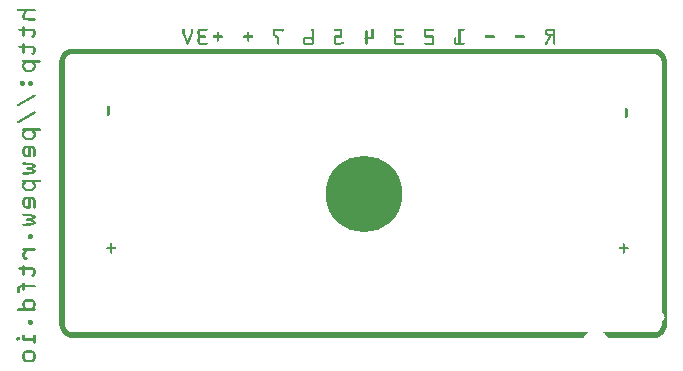
<source format=gbo>
G04 MADE WITH FRITZING*
G04 WWW.FRITZING.ORG*
G04 DOUBLE SIDED*
G04 HOLES PLATED*
G04 CONTOUR ON CENTER OF CONTOUR VECTOR*
%ASAXBY*%
%FSLAX23Y23*%
%MOIN*%
%OFA0B0*%
%SFA1.0B1.0*%
%ADD10C,0.255056*%
%ADD11R,0.001000X0.001000*%
%LNSILK0*%
G90*
G70*
G54D10*
X1379Y597D03*
G54D11*
X228Y1212D02*
X283Y1212D01*
X226Y1211D02*
X285Y1211D01*
X226Y1210D02*
X285Y1210D01*
X225Y1209D02*
X286Y1209D01*
X225Y1208D02*
X286Y1208D01*
X226Y1207D02*
X285Y1207D01*
X226Y1206D02*
X285Y1206D01*
X227Y1205D02*
X284Y1205D01*
X248Y1204D02*
X257Y1204D01*
X248Y1203D02*
X256Y1203D01*
X247Y1202D02*
X256Y1202D01*
X247Y1201D02*
X255Y1201D01*
X246Y1200D02*
X254Y1200D01*
X245Y1199D02*
X254Y1199D01*
X245Y1198D02*
X253Y1198D01*
X244Y1197D02*
X252Y1197D01*
X243Y1196D02*
X252Y1196D01*
X243Y1195D02*
X251Y1195D01*
X243Y1194D02*
X250Y1194D01*
X242Y1193D02*
X250Y1193D01*
X242Y1192D02*
X249Y1192D01*
X242Y1191D02*
X249Y1191D01*
X242Y1190D02*
X249Y1190D01*
X242Y1189D02*
X249Y1189D01*
X242Y1188D02*
X249Y1188D01*
X242Y1187D02*
X249Y1187D01*
X242Y1186D02*
X249Y1186D01*
X242Y1185D02*
X249Y1185D01*
X242Y1184D02*
X250Y1184D01*
X242Y1183D02*
X251Y1183D01*
X243Y1182D02*
X257Y1182D01*
X243Y1181D02*
X283Y1181D01*
X244Y1180D02*
X284Y1180D01*
X244Y1179D02*
X285Y1179D01*
X245Y1178D02*
X286Y1178D01*
X246Y1177D02*
X286Y1177D01*
X248Y1176D02*
X285Y1176D01*
X250Y1175D02*
X285Y1175D01*
X260Y1174D02*
X284Y1174D01*
X244Y1155D02*
X247Y1155D01*
X243Y1154D02*
X248Y1154D01*
X242Y1153D02*
X249Y1153D01*
X242Y1152D02*
X249Y1152D01*
X242Y1151D02*
X249Y1151D01*
X242Y1150D02*
X249Y1150D01*
X242Y1149D02*
X249Y1149D01*
X242Y1148D02*
X249Y1148D01*
X230Y1147D02*
X278Y1147D01*
X778Y1147D02*
X781Y1147D01*
X805Y1147D02*
X809Y1147D01*
X830Y1147D02*
X859Y1147D01*
X1078Y1147D02*
X1111Y1147D01*
X1204Y1147D02*
X1211Y1147D01*
X1281Y1147D02*
X1306Y1147D01*
X1408Y1147D02*
X1411Y1147D01*
X1485Y1147D02*
X1513Y1147D01*
X1585Y1147D02*
X1614Y1147D01*
X1696Y1147D02*
X1715Y1147D01*
X1991Y1147D02*
X2018Y1147D01*
X229Y1146D02*
X280Y1146D01*
X777Y1146D02*
X782Y1146D01*
X804Y1146D02*
X809Y1146D01*
X829Y1146D02*
X860Y1146D01*
X1078Y1146D02*
X1111Y1146D01*
X1204Y1146D02*
X1212Y1146D01*
X1280Y1146D02*
X1306Y1146D01*
X1407Y1146D02*
X1412Y1146D01*
X1483Y1146D02*
X1514Y1146D01*
X1584Y1146D02*
X1615Y1146D01*
X1696Y1146D02*
X1716Y1146D01*
X1989Y1146D02*
X2018Y1146D01*
X229Y1145D02*
X281Y1145D01*
X776Y1145D02*
X782Y1145D01*
X804Y1145D02*
X810Y1145D01*
X828Y1145D02*
X860Y1145D01*
X1078Y1145D02*
X1112Y1145D01*
X1203Y1145D02*
X1212Y1145D01*
X1280Y1145D02*
X1306Y1145D01*
X1406Y1145D02*
X1412Y1145D01*
X1482Y1145D02*
X1515Y1145D01*
X1583Y1145D02*
X1615Y1145D01*
X1696Y1145D02*
X1716Y1145D01*
X1988Y1145D02*
X2018Y1145D01*
X229Y1144D02*
X282Y1144D01*
X776Y1144D02*
X782Y1144D01*
X804Y1144D02*
X810Y1144D01*
X827Y1144D02*
X860Y1144D01*
X1078Y1144D02*
X1112Y1144D01*
X1203Y1144D02*
X1213Y1144D01*
X1280Y1144D02*
X1306Y1144D01*
X1406Y1144D02*
X1412Y1144D01*
X1482Y1144D02*
X1515Y1144D01*
X1582Y1144D02*
X1615Y1144D01*
X1696Y1144D02*
X1716Y1144D01*
X1987Y1144D02*
X2018Y1144D01*
X229Y1143D02*
X283Y1143D01*
X776Y1143D02*
X782Y1143D01*
X804Y1143D02*
X810Y1143D01*
X827Y1143D02*
X860Y1143D01*
X1078Y1143D02*
X1112Y1143D01*
X1203Y1143D02*
X1213Y1143D01*
X1280Y1143D02*
X1306Y1143D01*
X1406Y1143D02*
X1412Y1143D01*
X1481Y1143D02*
X1514Y1143D01*
X1582Y1143D02*
X1615Y1143D01*
X1696Y1143D02*
X1716Y1143D01*
X1986Y1143D02*
X2018Y1143D01*
X229Y1142D02*
X284Y1142D01*
X776Y1142D02*
X782Y1142D01*
X804Y1142D02*
X810Y1142D01*
X827Y1142D02*
X859Y1142D01*
X1078Y1142D02*
X1112Y1142D01*
X1204Y1142D02*
X1213Y1142D01*
X1281Y1142D02*
X1306Y1142D01*
X1406Y1142D02*
X1412Y1142D01*
X1481Y1142D02*
X1514Y1142D01*
X1582Y1142D02*
X1614Y1142D01*
X1696Y1142D02*
X1715Y1142D01*
X1986Y1142D02*
X2018Y1142D01*
X230Y1141D02*
X285Y1141D01*
X776Y1141D02*
X782Y1141D01*
X804Y1141D02*
X810Y1141D01*
X827Y1141D02*
X858Y1141D01*
X1078Y1141D02*
X1112Y1141D01*
X1206Y1141D02*
X1213Y1141D01*
X1282Y1141D02*
X1306Y1141D01*
X1387Y1141D02*
X1390Y1141D01*
X1406Y1141D02*
X1412Y1141D01*
X1481Y1141D02*
X1512Y1141D01*
X1582Y1141D02*
X1613Y1141D01*
X1696Y1141D02*
X1713Y1141D01*
X1985Y1141D02*
X2018Y1141D01*
X231Y1140D02*
X285Y1140D01*
X776Y1140D02*
X782Y1140D01*
X804Y1140D02*
X810Y1140D01*
X826Y1140D02*
X833Y1140D01*
X1078Y1140D02*
X1084Y1140D01*
X1106Y1140D02*
X1112Y1140D01*
X1207Y1140D02*
X1213Y1140D01*
X1300Y1140D02*
X1306Y1140D01*
X1386Y1140D02*
X1391Y1140D01*
X1406Y1140D02*
X1412Y1140D01*
X1481Y1140D02*
X1487Y1140D01*
X1582Y1140D02*
X1588Y1140D01*
X1696Y1140D02*
X1702Y1140D01*
X1985Y1140D02*
X1992Y1140D01*
X2012Y1140D02*
X2018Y1140D01*
X242Y1139D02*
X249Y1139D01*
X277Y1139D02*
X285Y1139D01*
X776Y1139D02*
X782Y1139D01*
X804Y1139D02*
X810Y1139D01*
X826Y1139D02*
X833Y1139D01*
X1078Y1139D02*
X1084Y1139D01*
X1107Y1139D02*
X1111Y1139D01*
X1207Y1139D02*
X1213Y1139D01*
X1300Y1139D02*
X1306Y1139D01*
X1386Y1139D02*
X1391Y1139D01*
X1406Y1139D02*
X1412Y1139D01*
X1481Y1139D02*
X1487Y1139D01*
X1582Y1139D02*
X1588Y1139D01*
X1696Y1139D02*
X1702Y1139D01*
X1985Y1139D02*
X1991Y1139D01*
X2012Y1139D02*
X2018Y1139D01*
X242Y1138D02*
X249Y1138D01*
X278Y1138D02*
X286Y1138D01*
X776Y1138D02*
X782Y1138D01*
X804Y1138D02*
X810Y1138D01*
X826Y1138D02*
X833Y1138D01*
X1078Y1138D02*
X1084Y1138D01*
X1109Y1138D02*
X1109Y1138D01*
X1207Y1138D02*
X1213Y1138D01*
X1300Y1138D02*
X1306Y1138D01*
X1385Y1138D02*
X1392Y1138D01*
X1406Y1138D02*
X1412Y1138D01*
X1481Y1138D02*
X1487Y1138D01*
X1582Y1138D02*
X1588Y1138D01*
X1696Y1138D02*
X1702Y1138D01*
X1984Y1138D02*
X1991Y1138D01*
X2012Y1138D02*
X2018Y1138D01*
X242Y1137D02*
X249Y1137D01*
X279Y1137D02*
X286Y1137D01*
X776Y1137D02*
X782Y1137D01*
X804Y1137D02*
X810Y1137D01*
X826Y1137D02*
X833Y1137D01*
X892Y1137D02*
X896Y1137D01*
X993Y1137D02*
X996Y1137D01*
X1078Y1137D02*
X1084Y1137D01*
X1207Y1137D02*
X1213Y1137D01*
X1300Y1137D02*
X1306Y1137D01*
X1385Y1137D02*
X1392Y1137D01*
X1406Y1137D02*
X1412Y1137D01*
X1481Y1137D02*
X1487Y1137D01*
X1582Y1137D02*
X1588Y1137D01*
X1696Y1137D02*
X1702Y1137D01*
X1984Y1137D02*
X1990Y1137D01*
X2012Y1137D02*
X2018Y1137D01*
X242Y1136D02*
X249Y1136D01*
X279Y1136D02*
X286Y1136D01*
X776Y1136D02*
X782Y1136D01*
X804Y1136D02*
X810Y1136D01*
X826Y1136D02*
X833Y1136D01*
X891Y1136D02*
X896Y1136D01*
X992Y1136D02*
X997Y1136D01*
X1078Y1136D02*
X1084Y1136D01*
X1207Y1136D02*
X1213Y1136D01*
X1300Y1136D02*
X1306Y1136D01*
X1385Y1136D02*
X1392Y1136D01*
X1406Y1136D02*
X1412Y1136D01*
X1481Y1136D02*
X1487Y1136D01*
X1582Y1136D02*
X1588Y1136D01*
X1696Y1136D02*
X1702Y1136D01*
X1984Y1136D02*
X1990Y1136D01*
X2012Y1136D02*
X2018Y1136D01*
X242Y1135D02*
X249Y1135D01*
X279Y1135D02*
X286Y1135D01*
X776Y1135D02*
X782Y1135D01*
X804Y1135D02*
X810Y1135D01*
X826Y1135D02*
X833Y1135D01*
X891Y1135D02*
X897Y1135D01*
X991Y1135D02*
X997Y1135D01*
X1078Y1135D02*
X1084Y1135D01*
X1207Y1135D02*
X1213Y1135D01*
X1300Y1135D02*
X1306Y1135D01*
X1385Y1135D02*
X1392Y1135D01*
X1406Y1135D02*
X1412Y1135D01*
X1481Y1135D02*
X1487Y1135D01*
X1582Y1135D02*
X1588Y1135D01*
X1696Y1135D02*
X1702Y1135D01*
X1984Y1135D02*
X1990Y1135D01*
X2012Y1135D02*
X2018Y1135D01*
X242Y1134D02*
X249Y1134D01*
X279Y1134D02*
X286Y1134D01*
X776Y1134D02*
X782Y1134D01*
X804Y1134D02*
X810Y1134D01*
X826Y1134D02*
X833Y1134D01*
X891Y1134D02*
X897Y1134D01*
X991Y1134D02*
X997Y1134D01*
X1078Y1134D02*
X1084Y1134D01*
X1207Y1134D02*
X1213Y1134D01*
X1300Y1134D02*
X1306Y1134D01*
X1385Y1134D02*
X1392Y1134D01*
X1406Y1134D02*
X1412Y1134D01*
X1481Y1134D02*
X1487Y1134D01*
X1582Y1134D02*
X1588Y1134D01*
X1696Y1134D02*
X1702Y1134D01*
X1984Y1134D02*
X1990Y1134D01*
X2012Y1134D02*
X2018Y1134D01*
X242Y1133D02*
X249Y1133D01*
X279Y1133D02*
X286Y1133D01*
X776Y1133D02*
X782Y1133D01*
X804Y1133D02*
X810Y1133D01*
X826Y1133D02*
X833Y1133D01*
X891Y1133D02*
X897Y1133D01*
X991Y1133D02*
X997Y1133D01*
X1078Y1133D02*
X1084Y1133D01*
X1207Y1133D02*
X1213Y1133D01*
X1300Y1133D02*
X1306Y1133D01*
X1385Y1133D02*
X1392Y1133D01*
X1406Y1133D02*
X1412Y1133D01*
X1481Y1133D02*
X1487Y1133D01*
X1582Y1133D02*
X1588Y1133D01*
X1696Y1133D02*
X1702Y1133D01*
X1984Y1133D02*
X1991Y1133D01*
X2012Y1133D02*
X2018Y1133D01*
X242Y1132D02*
X249Y1132D01*
X279Y1132D02*
X286Y1132D01*
X776Y1132D02*
X783Y1132D01*
X803Y1132D02*
X810Y1132D01*
X826Y1132D02*
X833Y1132D01*
X891Y1132D02*
X897Y1132D01*
X991Y1132D02*
X997Y1132D01*
X1078Y1132D02*
X1084Y1132D01*
X1207Y1132D02*
X1213Y1132D01*
X1300Y1132D02*
X1306Y1132D01*
X1385Y1132D02*
X1392Y1132D01*
X1406Y1132D02*
X1412Y1132D01*
X1481Y1132D02*
X1487Y1132D01*
X1582Y1132D02*
X1588Y1132D01*
X1696Y1132D02*
X1702Y1132D01*
X1985Y1132D02*
X1991Y1132D01*
X2012Y1132D02*
X2018Y1132D01*
X242Y1131D02*
X249Y1131D01*
X279Y1131D02*
X286Y1131D01*
X776Y1131D02*
X783Y1131D01*
X803Y1131D02*
X810Y1131D01*
X826Y1131D02*
X833Y1131D01*
X891Y1131D02*
X897Y1131D01*
X991Y1131D02*
X997Y1131D01*
X1078Y1131D02*
X1084Y1131D01*
X1207Y1131D02*
X1213Y1131D01*
X1300Y1131D02*
X1306Y1131D01*
X1385Y1131D02*
X1392Y1131D01*
X1406Y1131D02*
X1412Y1131D01*
X1481Y1131D02*
X1487Y1131D01*
X1582Y1131D02*
X1588Y1131D01*
X1696Y1131D02*
X1702Y1131D01*
X1985Y1131D02*
X1992Y1131D01*
X2012Y1131D02*
X2018Y1131D01*
X242Y1130D02*
X249Y1130D01*
X279Y1130D02*
X286Y1130D01*
X777Y1130D02*
X783Y1130D01*
X803Y1130D02*
X809Y1130D01*
X826Y1130D02*
X833Y1130D01*
X891Y1130D02*
X897Y1130D01*
X991Y1130D02*
X997Y1130D01*
X1078Y1130D02*
X1084Y1130D01*
X1207Y1130D02*
X1213Y1130D01*
X1300Y1130D02*
X1306Y1130D01*
X1385Y1130D02*
X1392Y1130D01*
X1406Y1130D02*
X1412Y1130D01*
X1481Y1130D02*
X1487Y1130D01*
X1582Y1130D02*
X1588Y1130D01*
X1696Y1130D02*
X1702Y1130D01*
X1985Y1130D02*
X2018Y1130D01*
X242Y1129D02*
X249Y1129D01*
X279Y1129D02*
X286Y1129D01*
X777Y1129D02*
X784Y1129D01*
X802Y1129D02*
X809Y1129D01*
X826Y1129D02*
X833Y1129D01*
X891Y1129D02*
X897Y1129D01*
X991Y1129D02*
X997Y1129D01*
X1078Y1129D02*
X1084Y1129D01*
X1207Y1129D02*
X1213Y1129D01*
X1300Y1129D02*
X1306Y1129D01*
X1385Y1129D02*
X1392Y1129D01*
X1406Y1129D02*
X1412Y1129D01*
X1481Y1129D02*
X1487Y1129D01*
X1582Y1129D02*
X1588Y1129D01*
X1696Y1129D02*
X1702Y1129D01*
X1985Y1129D02*
X2018Y1129D01*
X242Y1128D02*
X249Y1128D01*
X279Y1128D02*
X286Y1128D01*
X778Y1128D02*
X784Y1128D01*
X802Y1128D02*
X808Y1128D01*
X827Y1128D02*
X833Y1128D01*
X891Y1128D02*
X897Y1128D01*
X991Y1128D02*
X997Y1128D01*
X1078Y1128D02*
X1085Y1128D01*
X1207Y1128D02*
X1213Y1128D01*
X1300Y1128D02*
X1306Y1128D01*
X1385Y1128D02*
X1392Y1128D01*
X1406Y1128D02*
X1412Y1128D01*
X1481Y1128D02*
X1487Y1128D01*
X1582Y1128D02*
X1588Y1128D01*
X1696Y1128D02*
X1702Y1128D01*
X1986Y1128D02*
X2018Y1128D01*
X242Y1127D02*
X249Y1127D01*
X279Y1127D02*
X286Y1127D01*
X778Y1127D02*
X785Y1127D01*
X801Y1127D02*
X808Y1127D01*
X827Y1127D02*
X833Y1127D01*
X891Y1127D02*
X897Y1127D01*
X991Y1127D02*
X997Y1127D01*
X1078Y1127D02*
X1086Y1127D01*
X1207Y1127D02*
X1213Y1127D01*
X1300Y1127D02*
X1306Y1127D01*
X1385Y1127D02*
X1392Y1127D01*
X1406Y1127D02*
X1412Y1127D01*
X1481Y1127D02*
X1487Y1127D01*
X1582Y1127D02*
X1588Y1127D01*
X1696Y1127D02*
X1702Y1127D01*
X1987Y1127D02*
X2018Y1127D01*
X242Y1126D02*
X249Y1126D01*
X278Y1126D02*
X285Y1126D01*
X778Y1126D02*
X785Y1126D01*
X801Y1126D02*
X808Y1126D01*
X827Y1126D02*
X833Y1126D01*
X891Y1126D02*
X897Y1126D01*
X991Y1126D02*
X997Y1126D01*
X1078Y1126D02*
X1087Y1126D01*
X1207Y1126D02*
X1213Y1126D01*
X1300Y1126D02*
X1306Y1126D01*
X1385Y1126D02*
X1392Y1126D01*
X1406Y1126D02*
X1412Y1126D01*
X1481Y1126D02*
X1488Y1126D01*
X1582Y1126D02*
X1588Y1126D01*
X1696Y1126D02*
X1702Y1126D01*
X1988Y1126D02*
X2018Y1126D01*
X242Y1125D02*
X249Y1125D01*
X277Y1125D02*
X285Y1125D01*
X779Y1125D02*
X785Y1125D01*
X801Y1125D02*
X807Y1125D01*
X827Y1125D02*
X834Y1125D01*
X891Y1125D02*
X897Y1125D01*
X991Y1125D02*
X997Y1125D01*
X1079Y1125D02*
X1088Y1125D01*
X1207Y1125D02*
X1213Y1125D01*
X1300Y1125D02*
X1306Y1125D01*
X1385Y1125D02*
X1392Y1125D01*
X1406Y1125D02*
X1412Y1125D01*
X1481Y1125D02*
X1488Y1125D01*
X1582Y1125D02*
X1588Y1125D01*
X1696Y1125D02*
X1702Y1125D01*
X1989Y1125D02*
X2018Y1125D01*
X242Y1124D02*
X249Y1124D01*
X275Y1124D02*
X285Y1124D01*
X779Y1124D02*
X786Y1124D01*
X800Y1124D02*
X807Y1124D01*
X827Y1124D02*
X851Y1124D01*
X879Y1124D02*
X908Y1124D01*
X980Y1124D02*
X1009Y1124D01*
X1079Y1124D02*
X1089Y1124D01*
X1207Y1124D02*
X1213Y1124D01*
X1285Y1124D02*
X1306Y1124D01*
X1385Y1124D02*
X1392Y1124D01*
X1406Y1124D02*
X1412Y1124D01*
X1482Y1124D02*
X1505Y1124D01*
X1582Y1124D02*
X1610Y1124D01*
X1696Y1124D02*
X1702Y1124D01*
X1785Y1124D02*
X1814Y1124D01*
X1886Y1124D02*
X1915Y1124D01*
X1991Y1124D02*
X2018Y1124D01*
X242Y1123D02*
X249Y1123D01*
X273Y1123D02*
X284Y1123D01*
X780Y1123D02*
X786Y1123D01*
X800Y1123D02*
X806Y1123D01*
X828Y1123D02*
X852Y1123D01*
X878Y1123D02*
X910Y1123D01*
X978Y1123D02*
X1010Y1123D01*
X1081Y1123D02*
X1090Y1123D01*
X1207Y1123D02*
X1213Y1123D01*
X1283Y1123D02*
X1306Y1123D01*
X1385Y1123D02*
X1392Y1123D01*
X1406Y1123D02*
X1412Y1123D01*
X1482Y1123D02*
X1507Y1123D01*
X1582Y1123D02*
X1612Y1123D01*
X1696Y1123D02*
X1702Y1123D01*
X1784Y1123D02*
X1816Y1123D01*
X1885Y1123D02*
X1916Y1123D01*
X1998Y1123D02*
X2006Y1123D01*
X2012Y1123D02*
X2018Y1123D01*
X243Y1122D02*
X248Y1122D01*
X273Y1122D02*
X284Y1122D01*
X780Y1122D02*
X787Y1122D01*
X799Y1122D02*
X806Y1122D01*
X828Y1122D02*
X853Y1122D01*
X877Y1122D02*
X910Y1122D01*
X978Y1122D02*
X1011Y1122D01*
X1082Y1122D02*
X1092Y1122D01*
X1207Y1122D02*
X1213Y1122D01*
X1282Y1122D02*
X1306Y1122D01*
X1385Y1122D02*
X1392Y1122D01*
X1406Y1122D02*
X1412Y1122D01*
X1483Y1122D02*
X1507Y1122D01*
X1582Y1122D02*
X1613Y1122D01*
X1696Y1122D02*
X1702Y1122D01*
X1783Y1122D02*
X1816Y1122D01*
X1884Y1122D02*
X1917Y1122D01*
X1998Y1122D02*
X2006Y1122D01*
X2012Y1122D02*
X2018Y1122D01*
X244Y1121D02*
X247Y1121D01*
X272Y1121D02*
X283Y1121D01*
X780Y1121D02*
X787Y1121D01*
X799Y1121D02*
X806Y1121D01*
X829Y1121D02*
X853Y1121D01*
X877Y1121D02*
X910Y1121D01*
X978Y1121D02*
X1011Y1121D01*
X1083Y1121D02*
X1093Y1121D01*
X1207Y1121D02*
X1213Y1121D01*
X1281Y1121D02*
X1306Y1121D01*
X1385Y1121D02*
X1392Y1121D01*
X1406Y1121D02*
X1412Y1121D01*
X1483Y1121D02*
X1508Y1121D01*
X1582Y1121D02*
X1614Y1121D01*
X1696Y1121D02*
X1702Y1121D01*
X1783Y1121D02*
X1817Y1121D01*
X1884Y1121D02*
X1917Y1121D01*
X1998Y1121D02*
X2005Y1121D01*
X2012Y1121D02*
X2018Y1121D01*
X272Y1120D02*
X282Y1120D01*
X781Y1120D02*
X787Y1120D01*
X799Y1120D02*
X805Y1120D01*
X829Y1120D02*
X853Y1120D01*
X877Y1120D02*
X910Y1120D01*
X978Y1120D02*
X1011Y1120D01*
X1084Y1120D02*
X1094Y1120D01*
X1207Y1120D02*
X1213Y1120D01*
X1280Y1120D02*
X1306Y1120D01*
X1385Y1120D02*
X1392Y1120D01*
X1406Y1120D02*
X1412Y1120D01*
X1483Y1120D02*
X1508Y1120D01*
X1583Y1120D02*
X1615Y1120D01*
X1696Y1120D02*
X1702Y1120D01*
X1783Y1120D02*
X1817Y1120D01*
X1884Y1120D02*
X1917Y1120D01*
X1997Y1120D02*
X2004Y1120D01*
X2012Y1120D02*
X2018Y1120D01*
X272Y1119D02*
X281Y1119D01*
X781Y1119D02*
X788Y1119D01*
X798Y1119D02*
X805Y1119D01*
X828Y1119D02*
X853Y1119D01*
X877Y1119D02*
X910Y1119D01*
X978Y1119D02*
X1011Y1119D01*
X1085Y1119D02*
X1095Y1119D01*
X1207Y1119D02*
X1213Y1119D01*
X1280Y1119D02*
X1306Y1119D01*
X1385Y1119D02*
X1392Y1119D01*
X1406Y1119D02*
X1412Y1119D01*
X1482Y1119D02*
X1507Y1119D01*
X1584Y1119D02*
X1615Y1119D01*
X1696Y1119D02*
X1702Y1119D01*
X1783Y1119D02*
X1817Y1119D01*
X1884Y1119D02*
X1917Y1119D01*
X1997Y1119D02*
X2004Y1119D01*
X2012Y1119D02*
X2018Y1119D01*
X273Y1118D02*
X280Y1118D01*
X782Y1118D02*
X788Y1118D01*
X798Y1118D02*
X804Y1118D01*
X827Y1118D02*
X852Y1118D01*
X878Y1118D02*
X909Y1118D01*
X979Y1118D02*
X1010Y1118D01*
X1086Y1118D02*
X1096Y1118D01*
X1181Y1118D02*
X1213Y1118D01*
X1280Y1118D02*
X1306Y1118D01*
X1384Y1118D02*
X1412Y1118D01*
X1482Y1118D02*
X1506Y1118D01*
X1586Y1118D02*
X1615Y1118D01*
X1684Y1118D02*
X1686Y1118D01*
X1696Y1118D02*
X1702Y1118D01*
X1783Y1118D02*
X1817Y1118D01*
X1884Y1118D02*
X1917Y1118D01*
X1996Y1118D02*
X2003Y1118D01*
X2012Y1118D02*
X2018Y1118D01*
X274Y1117D02*
X278Y1117D01*
X782Y1117D02*
X789Y1117D01*
X797Y1117D02*
X804Y1117D01*
X827Y1117D02*
X835Y1117D01*
X891Y1117D02*
X897Y1117D01*
X991Y1117D02*
X998Y1117D01*
X1088Y1117D02*
X1097Y1117D01*
X1180Y1117D02*
X1213Y1117D01*
X1280Y1117D02*
X1286Y1117D01*
X1383Y1117D02*
X1412Y1117D01*
X1482Y1117D02*
X1490Y1117D01*
X1609Y1117D02*
X1615Y1117D01*
X1683Y1117D02*
X1688Y1117D01*
X1696Y1117D02*
X1702Y1117D01*
X1783Y1117D02*
X1817Y1117D01*
X1884Y1117D02*
X1917Y1117D01*
X1995Y1117D02*
X2003Y1117D01*
X2012Y1117D02*
X2018Y1117D01*
X782Y1116D02*
X789Y1116D01*
X797Y1116D02*
X804Y1116D01*
X827Y1116D02*
X834Y1116D01*
X891Y1116D02*
X897Y1116D01*
X991Y1116D02*
X997Y1116D01*
X1089Y1116D02*
X1098Y1116D01*
X1179Y1116D02*
X1213Y1116D01*
X1280Y1116D02*
X1286Y1116D01*
X1382Y1116D02*
X1412Y1116D01*
X1481Y1116D02*
X1488Y1116D01*
X1609Y1116D02*
X1615Y1116D01*
X1683Y1116D02*
X1688Y1116D01*
X1696Y1116D02*
X1702Y1116D01*
X1784Y1116D02*
X1816Y1116D01*
X1884Y1116D02*
X1917Y1116D01*
X1995Y1116D02*
X2002Y1116D01*
X2012Y1116D02*
X2018Y1116D01*
X783Y1115D02*
X789Y1115D01*
X797Y1115D02*
X803Y1115D01*
X827Y1115D02*
X833Y1115D01*
X891Y1115D02*
X897Y1115D01*
X991Y1115D02*
X997Y1115D01*
X1090Y1115D02*
X1098Y1115D01*
X1179Y1115D02*
X1213Y1115D01*
X1280Y1115D02*
X1286Y1115D01*
X1382Y1115D02*
X1412Y1115D01*
X1481Y1115D02*
X1487Y1115D01*
X1609Y1115D02*
X1615Y1115D01*
X1682Y1115D02*
X1688Y1115D01*
X1696Y1115D02*
X1702Y1115D01*
X1784Y1115D02*
X1815Y1115D01*
X1885Y1115D02*
X1916Y1115D01*
X1994Y1115D02*
X2002Y1115D01*
X2012Y1115D02*
X2018Y1115D01*
X783Y1114D02*
X790Y1114D01*
X796Y1114D02*
X803Y1114D01*
X827Y1114D02*
X833Y1114D01*
X891Y1114D02*
X897Y1114D01*
X991Y1114D02*
X997Y1114D01*
X1091Y1114D02*
X1098Y1114D01*
X1179Y1114D02*
X1213Y1114D01*
X1280Y1114D02*
X1286Y1114D01*
X1382Y1114D02*
X1412Y1114D01*
X1481Y1114D02*
X1487Y1114D01*
X1609Y1114D02*
X1615Y1114D01*
X1682Y1114D02*
X1688Y1114D01*
X1696Y1114D02*
X1702Y1114D01*
X1994Y1114D02*
X2001Y1114D01*
X2012Y1114D02*
X2018Y1114D01*
X784Y1113D02*
X790Y1113D01*
X796Y1113D02*
X803Y1113D01*
X826Y1113D02*
X833Y1113D01*
X891Y1113D02*
X897Y1113D01*
X991Y1113D02*
X997Y1113D01*
X1092Y1113D02*
X1098Y1113D01*
X1179Y1113D02*
X1213Y1113D01*
X1280Y1113D02*
X1286Y1113D01*
X1383Y1113D02*
X1412Y1113D01*
X1481Y1113D02*
X1487Y1113D01*
X1609Y1113D02*
X1615Y1113D01*
X1682Y1113D02*
X1688Y1113D01*
X1696Y1113D02*
X1702Y1113D01*
X1993Y1113D02*
X2000Y1113D01*
X2012Y1113D02*
X2018Y1113D01*
X784Y1112D02*
X790Y1112D01*
X796Y1112D02*
X802Y1112D01*
X826Y1112D02*
X833Y1112D01*
X891Y1112D02*
X897Y1112D01*
X991Y1112D02*
X997Y1112D01*
X1092Y1112D02*
X1098Y1112D01*
X1179Y1112D02*
X1213Y1112D01*
X1280Y1112D02*
X1286Y1112D01*
X1383Y1112D02*
X1412Y1112D01*
X1481Y1112D02*
X1487Y1112D01*
X1609Y1112D02*
X1615Y1112D01*
X1682Y1112D02*
X1688Y1112D01*
X1696Y1112D02*
X1702Y1112D01*
X1993Y1112D02*
X2000Y1112D01*
X2012Y1112D02*
X2018Y1112D01*
X784Y1111D02*
X791Y1111D01*
X795Y1111D02*
X802Y1111D01*
X826Y1111D02*
X833Y1111D01*
X891Y1111D02*
X897Y1111D01*
X991Y1111D02*
X997Y1111D01*
X1092Y1111D02*
X1098Y1111D01*
X1179Y1111D02*
X1185Y1111D01*
X1206Y1111D02*
X1213Y1111D01*
X1280Y1111D02*
X1286Y1111D01*
X1385Y1111D02*
X1392Y1111D01*
X1481Y1111D02*
X1487Y1111D01*
X1609Y1111D02*
X1615Y1111D01*
X1682Y1111D02*
X1688Y1111D01*
X1696Y1111D02*
X1702Y1111D01*
X1992Y1111D02*
X1999Y1111D01*
X2012Y1111D02*
X2018Y1111D01*
X785Y1110D02*
X791Y1110D01*
X795Y1110D02*
X801Y1110D01*
X826Y1110D02*
X833Y1110D01*
X891Y1110D02*
X897Y1110D01*
X991Y1110D02*
X997Y1110D01*
X1092Y1110D02*
X1098Y1110D01*
X1179Y1110D02*
X1185Y1110D01*
X1207Y1110D02*
X1213Y1110D01*
X1280Y1110D02*
X1286Y1110D01*
X1385Y1110D02*
X1392Y1110D01*
X1481Y1110D02*
X1487Y1110D01*
X1609Y1110D02*
X1615Y1110D01*
X1682Y1110D02*
X1688Y1110D01*
X1696Y1110D02*
X1702Y1110D01*
X1991Y1110D02*
X1999Y1110D01*
X2012Y1110D02*
X2018Y1110D01*
X785Y1109D02*
X792Y1109D01*
X794Y1109D02*
X801Y1109D01*
X826Y1109D02*
X833Y1109D01*
X891Y1109D02*
X897Y1109D01*
X991Y1109D02*
X997Y1109D01*
X1092Y1109D02*
X1098Y1109D01*
X1179Y1109D02*
X1185Y1109D01*
X1207Y1109D02*
X1213Y1109D01*
X1280Y1109D02*
X1286Y1109D01*
X1385Y1109D02*
X1392Y1109D01*
X1481Y1109D02*
X1487Y1109D01*
X1609Y1109D02*
X1615Y1109D01*
X1682Y1109D02*
X1688Y1109D01*
X1696Y1109D02*
X1702Y1109D01*
X1991Y1109D02*
X1998Y1109D01*
X2012Y1109D02*
X2018Y1109D01*
X785Y1108D02*
X792Y1108D01*
X794Y1108D02*
X801Y1108D01*
X826Y1108D02*
X833Y1108D01*
X891Y1108D02*
X897Y1108D01*
X991Y1108D02*
X997Y1108D01*
X1092Y1108D02*
X1098Y1108D01*
X1179Y1108D02*
X1185Y1108D01*
X1207Y1108D02*
X1213Y1108D01*
X1280Y1108D02*
X1286Y1108D01*
X1385Y1108D02*
X1392Y1108D01*
X1481Y1108D02*
X1487Y1108D01*
X1609Y1108D02*
X1615Y1108D01*
X1682Y1108D02*
X1688Y1108D01*
X1696Y1108D02*
X1702Y1108D01*
X1990Y1108D02*
X1997Y1108D01*
X2012Y1108D02*
X2018Y1108D01*
X786Y1107D02*
X800Y1107D01*
X826Y1107D02*
X833Y1107D01*
X891Y1107D02*
X897Y1107D01*
X991Y1107D02*
X997Y1107D01*
X1092Y1107D02*
X1098Y1107D01*
X1179Y1107D02*
X1185Y1107D01*
X1207Y1107D02*
X1213Y1107D01*
X1280Y1107D02*
X1286Y1107D01*
X1385Y1107D02*
X1392Y1107D01*
X1481Y1107D02*
X1487Y1107D01*
X1609Y1107D02*
X1615Y1107D01*
X1682Y1107D02*
X1688Y1107D01*
X1696Y1107D02*
X1702Y1107D01*
X1990Y1107D02*
X1997Y1107D01*
X2012Y1107D02*
X2018Y1107D01*
X786Y1106D02*
X800Y1106D01*
X826Y1106D02*
X833Y1106D01*
X891Y1106D02*
X897Y1106D01*
X992Y1106D02*
X997Y1106D01*
X1092Y1106D02*
X1098Y1106D01*
X1179Y1106D02*
X1185Y1106D01*
X1207Y1106D02*
X1213Y1106D01*
X1280Y1106D02*
X1286Y1106D01*
X1385Y1106D02*
X1392Y1106D01*
X1481Y1106D02*
X1487Y1106D01*
X1609Y1106D02*
X1615Y1106D01*
X1682Y1106D02*
X1688Y1106D01*
X1696Y1106D02*
X1702Y1106D01*
X1989Y1106D02*
X1996Y1106D01*
X2012Y1106D02*
X2018Y1106D01*
X787Y1105D02*
X799Y1105D01*
X826Y1105D02*
X833Y1105D01*
X891Y1105D02*
X896Y1105D01*
X992Y1105D02*
X997Y1105D01*
X1092Y1105D02*
X1098Y1105D01*
X1179Y1105D02*
X1185Y1105D01*
X1207Y1105D02*
X1213Y1105D01*
X1280Y1105D02*
X1286Y1105D01*
X1385Y1105D02*
X1392Y1105D01*
X1481Y1105D02*
X1487Y1105D01*
X1609Y1105D02*
X1615Y1105D01*
X1682Y1105D02*
X1688Y1105D01*
X1696Y1105D02*
X1702Y1105D01*
X1988Y1105D02*
X1996Y1105D01*
X2012Y1105D02*
X2018Y1105D01*
X787Y1104D02*
X799Y1104D01*
X826Y1104D02*
X833Y1104D01*
X892Y1104D02*
X895Y1104D01*
X993Y1104D02*
X996Y1104D01*
X1092Y1104D02*
X1098Y1104D01*
X1179Y1104D02*
X1185Y1104D01*
X1207Y1104D02*
X1213Y1104D01*
X1280Y1104D02*
X1286Y1104D01*
X1385Y1104D02*
X1392Y1104D01*
X1481Y1104D02*
X1487Y1104D01*
X1609Y1104D02*
X1615Y1104D01*
X1682Y1104D02*
X1688Y1104D01*
X1696Y1104D02*
X1702Y1104D01*
X1988Y1104D02*
X1995Y1104D01*
X2012Y1104D02*
X2018Y1104D01*
X787Y1103D02*
X799Y1103D01*
X826Y1103D02*
X833Y1103D01*
X1092Y1103D02*
X1098Y1103D01*
X1179Y1103D02*
X1185Y1103D01*
X1207Y1103D02*
X1213Y1103D01*
X1280Y1103D02*
X1286Y1103D01*
X1309Y1103D02*
X1311Y1103D01*
X1385Y1103D02*
X1392Y1103D01*
X1481Y1103D02*
X1487Y1103D01*
X1609Y1103D02*
X1615Y1103D01*
X1682Y1103D02*
X1688Y1103D01*
X1696Y1103D02*
X1702Y1103D01*
X1987Y1103D02*
X1994Y1103D01*
X2012Y1103D02*
X2018Y1103D01*
X788Y1102D02*
X798Y1102D01*
X826Y1102D02*
X833Y1102D01*
X1092Y1102D02*
X1098Y1102D01*
X1179Y1102D02*
X1185Y1102D01*
X1207Y1102D02*
X1213Y1102D01*
X1280Y1102D02*
X1286Y1102D01*
X1306Y1102D02*
X1313Y1102D01*
X1385Y1102D02*
X1392Y1102D01*
X1481Y1102D02*
X1487Y1102D01*
X1609Y1102D02*
X1615Y1102D01*
X1682Y1102D02*
X1688Y1102D01*
X1696Y1102D02*
X1702Y1102D01*
X1987Y1102D02*
X1994Y1102D01*
X2012Y1102D02*
X2018Y1102D01*
X788Y1101D02*
X798Y1101D01*
X827Y1101D02*
X833Y1101D01*
X1092Y1101D02*
X1098Y1101D01*
X1179Y1101D02*
X1185Y1101D01*
X1207Y1101D02*
X1213Y1101D01*
X1280Y1101D02*
X1286Y1101D01*
X1304Y1101D02*
X1313Y1101D01*
X1385Y1101D02*
X1392Y1101D01*
X1481Y1101D02*
X1487Y1101D01*
X1609Y1101D02*
X1615Y1101D01*
X1682Y1101D02*
X1688Y1101D01*
X1696Y1101D02*
X1702Y1101D01*
X1986Y1101D02*
X1993Y1101D01*
X2012Y1101D02*
X2018Y1101D01*
X789Y1100D02*
X797Y1100D01*
X827Y1100D02*
X859Y1100D01*
X1092Y1100D02*
X1098Y1100D01*
X1179Y1100D02*
X1213Y1100D01*
X1280Y1100D02*
X1313Y1100D01*
X1385Y1100D02*
X1392Y1100D01*
X1481Y1100D02*
X1513Y1100D01*
X1583Y1100D02*
X1615Y1100D01*
X1682Y1100D02*
X1714Y1100D01*
X1986Y1100D02*
X1993Y1100D01*
X2012Y1100D02*
X2018Y1100D01*
X789Y1099D02*
X797Y1099D01*
X827Y1099D02*
X860Y1099D01*
X1092Y1099D02*
X1098Y1099D01*
X1179Y1099D02*
X1213Y1099D01*
X1280Y1099D02*
X1313Y1099D01*
X1385Y1099D02*
X1392Y1099D01*
X1481Y1099D02*
X1514Y1099D01*
X1582Y1099D02*
X1615Y1099D01*
X1682Y1099D02*
X1715Y1099D01*
X1985Y1099D02*
X1992Y1099D01*
X2012Y1099D02*
X2018Y1099D01*
X244Y1098D02*
X247Y1098D01*
X789Y1098D02*
X797Y1098D01*
X827Y1098D02*
X860Y1098D01*
X1092Y1098D02*
X1098Y1098D01*
X1179Y1098D02*
X1213Y1098D01*
X1280Y1098D02*
X1313Y1098D01*
X1385Y1098D02*
X1392Y1098D01*
X1481Y1098D02*
X1514Y1098D01*
X1582Y1098D02*
X1615Y1098D01*
X1682Y1098D02*
X1716Y1098D01*
X1985Y1098D02*
X1992Y1098D01*
X2012Y1098D02*
X2018Y1098D01*
X243Y1097D02*
X248Y1097D01*
X790Y1097D02*
X796Y1097D01*
X828Y1097D02*
X860Y1097D01*
X1092Y1097D02*
X1098Y1097D01*
X1179Y1097D02*
X1213Y1097D01*
X1281Y1097D02*
X1312Y1097D01*
X1386Y1097D02*
X1391Y1097D01*
X1482Y1097D02*
X1515Y1097D01*
X1582Y1097D02*
X1615Y1097D01*
X1682Y1097D02*
X1716Y1097D01*
X1984Y1097D02*
X1991Y1097D01*
X2012Y1097D02*
X2018Y1097D01*
X242Y1096D02*
X249Y1096D01*
X790Y1096D02*
X796Y1096D01*
X828Y1096D02*
X860Y1096D01*
X1092Y1096D02*
X1098Y1096D01*
X1179Y1096D02*
X1212Y1096D01*
X1281Y1096D02*
X1310Y1096D01*
X1386Y1096D02*
X1391Y1096D01*
X1483Y1096D02*
X1514Y1096D01*
X1582Y1096D02*
X1615Y1096D01*
X1683Y1096D02*
X1716Y1096D01*
X1985Y1096D02*
X1990Y1096D01*
X2012Y1096D02*
X2018Y1096D01*
X242Y1095D02*
X249Y1095D01*
X791Y1095D02*
X795Y1095D01*
X829Y1095D02*
X859Y1095D01*
X1093Y1095D02*
X1097Y1095D01*
X1180Y1095D02*
X1212Y1095D01*
X1282Y1095D02*
X1307Y1095D01*
X1386Y1095D02*
X1391Y1095D01*
X1484Y1095D02*
X1514Y1095D01*
X1582Y1095D02*
X1615Y1095D01*
X1683Y1095D02*
X1715Y1095D01*
X1985Y1095D02*
X1990Y1095D01*
X2013Y1095D02*
X2017Y1095D01*
X242Y1094D02*
X249Y1094D01*
X792Y1094D02*
X794Y1094D01*
X831Y1094D02*
X858Y1094D01*
X1094Y1094D02*
X1096Y1094D01*
X1181Y1094D02*
X1211Y1094D01*
X1284Y1094D02*
X1305Y1094D01*
X1387Y1094D02*
X1390Y1094D01*
X1486Y1094D02*
X1513Y1094D01*
X1584Y1094D02*
X1615Y1094D01*
X1684Y1094D02*
X1714Y1094D01*
X1986Y1094D02*
X1989Y1094D01*
X2014Y1094D02*
X2016Y1094D01*
X242Y1093D02*
X249Y1093D01*
X242Y1092D02*
X249Y1092D01*
X242Y1091D02*
X249Y1091D01*
X230Y1090D02*
X278Y1090D01*
X229Y1089D02*
X280Y1089D01*
X229Y1088D02*
X281Y1088D01*
X229Y1087D02*
X282Y1087D01*
X229Y1086D02*
X283Y1086D01*
X229Y1085D02*
X284Y1085D01*
X230Y1084D02*
X285Y1084D01*
X232Y1083D02*
X285Y1083D01*
X242Y1082D02*
X249Y1082D01*
X277Y1082D02*
X285Y1082D01*
X242Y1081D02*
X249Y1081D01*
X278Y1081D02*
X286Y1081D01*
X242Y1080D02*
X249Y1080D01*
X279Y1080D02*
X286Y1080D01*
X242Y1079D02*
X249Y1079D01*
X279Y1079D02*
X286Y1079D01*
X398Y1079D02*
X2358Y1079D01*
X242Y1078D02*
X249Y1078D01*
X279Y1078D02*
X286Y1078D01*
X395Y1078D02*
X2362Y1078D01*
X242Y1077D02*
X249Y1077D01*
X279Y1077D02*
X286Y1077D01*
X392Y1077D02*
X2364Y1077D01*
X242Y1076D02*
X249Y1076D01*
X279Y1076D02*
X286Y1076D01*
X390Y1076D02*
X2366Y1076D01*
X242Y1075D02*
X249Y1075D01*
X279Y1075D02*
X286Y1075D01*
X388Y1075D02*
X2368Y1075D01*
X242Y1074D02*
X249Y1074D01*
X279Y1074D02*
X286Y1074D01*
X387Y1074D02*
X2370Y1074D01*
X242Y1073D02*
X249Y1073D01*
X279Y1073D02*
X286Y1073D01*
X385Y1073D02*
X2371Y1073D01*
X242Y1072D02*
X249Y1072D01*
X279Y1072D02*
X286Y1072D01*
X384Y1072D02*
X2373Y1072D01*
X242Y1071D02*
X249Y1071D01*
X279Y1071D02*
X286Y1071D01*
X382Y1071D02*
X2374Y1071D01*
X242Y1070D02*
X249Y1070D01*
X279Y1070D02*
X286Y1070D01*
X381Y1070D02*
X2375Y1070D01*
X242Y1069D02*
X249Y1069D01*
X278Y1069D02*
X285Y1069D01*
X380Y1069D02*
X2376Y1069D01*
X242Y1068D02*
X249Y1068D01*
X277Y1068D02*
X285Y1068D01*
X379Y1068D02*
X2377Y1068D01*
X242Y1067D02*
X249Y1067D01*
X275Y1067D02*
X285Y1067D01*
X378Y1067D02*
X2378Y1067D01*
X242Y1066D02*
X249Y1066D01*
X273Y1066D02*
X284Y1066D01*
X377Y1066D02*
X2379Y1066D01*
X243Y1065D02*
X248Y1065D01*
X272Y1065D02*
X284Y1065D01*
X376Y1065D02*
X2380Y1065D01*
X244Y1064D02*
X247Y1064D01*
X272Y1064D02*
X283Y1064D01*
X376Y1064D02*
X2381Y1064D01*
X272Y1063D02*
X282Y1063D01*
X375Y1063D02*
X2381Y1063D01*
X272Y1062D02*
X281Y1062D01*
X374Y1062D02*
X2382Y1062D01*
X273Y1061D02*
X280Y1061D01*
X374Y1061D02*
X401Y1061D01*
X2355Y1061D02*
X2383Y1061D01*
X274Y1060D02*
X278Y1060D01*
X373Y1060D02*
X398Y1060D01*
X2359Y1060D02*
X2383Y1060D01*
X373Y1059D02*
X396Y1059D01*
X2361Y1059D02*
X2384Y1059D01*
X372Y1058D02*
X394Y1058D01*
X2362Y1058D02*
X2384Y1058D01*
X372Y1057D02*
X393Y1057D01*
X2363Y1057D02*
X2385Y1057D01*
X371Y1056D02*
X392Y1056D01*
X2364Y1056D02*
X2385Y1056D01*
X371Y1055D02*
X391Y1055D01*
X2365Y1055D02*
X2386Y1055D01*
X370Y1054D02*
X390Y1054D01*
X2366Y1054D02*
X2386Y1054D01*
X370Y1053D02*
X390Y1053D01*
X2367Y1053D02*
X2387Y1053D01*
X369Y1052D02*
X389Y1052D01*
X2367Y1052D02*
X2387Y1052D01*
X369Y1051D02*
X388Y1051D01*
X2368Y1051D02*
X2387Y1051D01*
X369Y1050D02*
X388Y1050D01*
X2369Y1050D02*
X2388Y1050D01*
X368Y1049D02*
X387Y1049D01*
X2369Y1049D02*
X2388Y1049D01*
X368Y1048D02*
X387Y1048D01*
X2370Y1048D02*
X2388Y1048D01*
X368Y1047D02*
X386Y1047D01*
X2370Y1047D02*
X2389Y1047D01*
X367Y1046D02*
X386Y1046D01*
X2371Y1046D02*
X2389Y1046D01*
X367Y1045D02*
X385Y1045D01*
X2371Y1045D02*
X2389Y1045D01*
X367Y1044D02*
X385Y1044D01*
X2371Y1044D02*
X2389Y1044D01*
X367Y1043D02*
X385Y1043D01*
X2372Y1043D02*
X2390Y1043D01*
X367Y1042D02*
X384Y1042D01*
X2372Y1042D02*
X2390Y1042D01*
X242Y1041D02*
X301Y1041D01*
X366Y1041D02*
X384Y1041D01*
X2372Y1041D02*
X2390Y1041D01*
X241Y1040D02*
X302Y1040D01*
X366Y1040D02*
X384Y1040D01*
X2372Y1040D02*
X2390Y1040D01*
X241Y1039D02*
X302Y1039D01*
X366Y1039D02*
X384Y1039D01*
X2373Y1039D02*
X2390Y1039D01*
X240Y1038D02*
X302Y1038D01*
X366Y1038D02*
X384Y1038D01*
X2373Y1038D02*
X2390Y1038D01*
X240Y1037D02*
X302Y1037D01*
X366Y1037D02*
X384Y1037D01*
X2373Y1037D02*
X2391Y1037D01*
X241Y1036D02*
X302Y1036D01*
X366Y1036D02*
X384Y1036D01*
X2373Y1036D02*
X2391Y1036D01*
X242Y1035D02*
X301Y1035D01*
X366Y1035D02*
X384Y1035D01*
X2373Y1035D02*
X2391Y1035D01*
X243Y1034D02*
X300Y1034D01*
X366Y1034D02*
X384Y1034D01*
X2373Y1034D02*
X2391Y1034D01*
X246Y1033D02*
X256Y1033D01*
X272Y1033D02*
X282Y1033D01*
X366Y1033D02*
X384Y1033D01*
X2373Y1033D02*
X2391Y1033D01*
X245Y1032D02*
X255Y1032D01*
X273Y1032D02*
X283Y1032D01*
X366Y1032D02*
X384Y1032D01*
X2373Y1032D02*
X2391Y1032D01*
X244Y1031D02*
X254Y1031D01*
X274Y1031D02*
X284Y1031D01*
X366Y1031D02*
X384Y1031D01*
X2373Y1031D02*
X2391Y1031D01*
X243Y1030D02*
X253Y1030D01*
X275Y1030D02*
X285Y1030D01*
X366Y1030D02*
X384Y1030D01*
X2373Y1030D02*
X2391Y1030D01*
X242Y1029D02*
X252Y1029D01*
X276Y1029D02*
X286Y1029D01*
X366Y1029D02*
X384Y1029D01*
X2373Y1029D02*
X2391Y1029D01*
X242Y1028D02*
X251Y1028D01*
X277Y1028D02*
X286Y1028D01*
X366Y1028D02*
X384Y1028D01*
X2373Y1028D02*
X2391Y1028D01*
X241Y1027D02*
X250Y1027D01*
X278Y1027D02*
X287Y1027D01*
X366Y1027D02*
X384Y1027D01*
X2373Y1027D02*
X2391Y1027D01*
X241Y1026D02*
X249Y1026D01*
X279Y1026D02*
X287Y1026D01*
X366Y1026D02*
X384Y1026D01*
X2373Y1026D02*
X2391Y1026D01*
X241Y1025D02*
X248Y1025D01*
X280Y1025D02*
X287Y1025D01*
X366Y1025D02*
X384Y1025D01*
X2373Y1025D02*
X2391Y1025D01*
X240Y1024D02*
X248Y1024D01*
X280Y1024D02*
X287Y1024D01*
X366Y1024D02*
X384Y1024D01*
X2373Y1024D02*
X2391Y1024D01*
X240Y1023D02*
X247Y1023D01*
X280Y1023D02*
X287Y1023D01*
X366Y1023D02*
X384Y1023D01*
X2373Y1023D02*
X2391Y1023D01*
X240Y1022D02*
X247Y1022D01*
X280Y1022D02*
X287Y1022D01*
X366Y1022D02*
X384Y1022D01*
X2373Y1022D02*
X2391Y1022D01*
X240Y1021D02*
X247Y1021D01*
X280Y1021D02*
X287Y1021D01*
X366Y1021D02*
X384Y1021D01*
X2373Y1021D02*
X2391Y1021D01*
X240Y1020D02*
X248Y1020D01*
X280Y1020D02*
X287Y1020D01*
X366Y1020D02*
X384Y1020D01*
X2373Y1020D02*
X2391Y1020D01*
X241Y1019D02*
X248Y1019D01*
X280Y1019D02*
X287Y1019D01*
X366Y1019D02*
X384Y1019D01*
X2373Y1019D02*
X2391Y1019D01*
X241Y1018D02*
X249Y1018D01*
X279Y1018D02*
X287Y1018D01*
X366Y1018D02*
X384Y1018D01*
X2373Y1018D02*
X2391Y1018D01*
X241Y1017D02*
X250Y1017D01*
X278Y1017D02*
X287Y1017D01*
X366Y1017D02*
X384Y1017D01*
X2373Y1017D02*
X2391Y1017D01*
X242Y1016D02*
X251Y1016D01*
X277Y1016D02*
X286Y1016D01*
X366Y1016D02*
X384Y1016D01*
X2373Y1016D02*
X2391Y1016D01*
X242Y1015D02*
X251Y1015D01*
X276Y1015D02*
X286Y1015D01*
X366Y1015D02*
X384Y1015D01*
X2373Y1015D02*
X2391Y1015D01*
X243Y1014D02*
X252Y1014D01*
X275Y1014D02*
X285Y1014D01*
X366Y1014D02*
X384Y1014D01*
X2373Y1014D02*
X2391Y1014D01*
X243Y1013D02*
X253Y1013D01*
X275Y1013D02*
X284Y1013D01*
X366Y1013D02*
X384Y1013D01*
X2373Y1013D02*
X2391Y1013D01*
X244Y1012D02*
X254Y1012D01*
X274Y1012D02*
X283Y1012D01*
X366Y1012D02*
X384Y1012D01*
X2373Y1012D02*
X2391Y1012D01*
X245Y1011D02*
X255Y1011D01*
X273Y1011D02*
X282Y1011D01*
X366Y1011D02*
X384Y1011D01*
X2373Y1011D02*
X2391Y1011D01*
X246Y1010D02*
X282Y1010D01*
X366Y1010D02*
X384Y1010D01*
X2373Y1010D02*
X2391Y1010D01*
X247Y1009D02*
X281Y1009D01*
X366Y1009D02*
X384Y1009D01*
X2373Y1009D02*
X2391Y1009D01*
X248Y1008D02*
X280Y1008D01*
X366Y1008D02*
X384Y1008D01*
X2373Y1008D02*
X2391Y1008D01*
X249Y1007D02*
X279Y1007D01*
X366Y1007D02*
X384Y1007D01*
X2373Y1007D02*
X2391Y1007D01*
X250Y1006D02*
X278Y1006D01*
X366Y1006D02*
X384Y1006D01*
X2373Y1006D02*
X2391Y1006D01*
X251Y1005D02*
X277Y1005D01*
X366Y1005D02*
X384Y1005D01*
X2373Y1005D02*
X2391Y1005D01*
X252Y1004D02*
X275Y1004D01*
X366Y1004D02*
X384Y1004D01*
X2373Y1004D02*
X2391Y1004D01*
X255Y1003D02*
X273Y1003D01*
X366Y1003D02*
X384Y1003D01*
X2373Y1003D02*
X2391Y1003D01*
X366Y1002D02*
X384Y1002D01*
X2373Y1002D02*
X2391Y1002D01*
X366Y1001D02*
X384Y1001D01*
X2373Y1001D02*
X2391Y1001D01*
X366Y1000D02*
X384Y1000D01*
X2373Y1000D02*
X2391Y1000D01*
X366Y999D02*
X384Y999D01*
X2373Y999D02*
X2391Y999D01*
X366Y998D02*
X384Y998D01*
X2373Y998D02*
X2391Y998D01*
X366Y997D02*
X384Y997D01*
X2373Y997D02*
X2391Y997D01*
X366Y996D02*
X384Y996D01*
X2373Y996D02*
X2391Y996D01*
X366Y995D02*
X384Y995D01*
X2373Y995D02*
X2391Y995D01*
X366Y994D02*
X384Y994D01*
X2373Y994D02*
X2391Y994D01*
X366Y993D02*
X384Y993D01*
X2373Y993D02*
X2391Y993D01*
X366Y992D02*
X384Y992D01*
X2373Y992D02*
X2391Y992D01*
X366Y991D02*
X384Y991D01*
X2373Y991D02*
X2391Y991D01*
X366Y990D02*
X384Y990D01*
X2373Y990D02*
X2391Y990D01*
X366Y989D02*
X384Y989D01*
X2373Y989D02*
X2391Y989D01*
X366Y988D02*
X384Y988D01*
X2373Y988D02*
X2391Y988D01*
X366Y987D02*
X384Y987D01*
X2373Y987D02*
X2391Y987D01*
X366Y986D02*
X384Y986D01*
X2373Y986D02*
X2391Y986D01*
X366Y985D02*
X384Y985D01*
X2373Y985D02*
X2391Y985D01*
X366Y984D02*
X384Y984D01*
X2373Y984D02*
X2391Y984D01*
X366Y983D02*
X384Y983D01*
X2373Y983D02*
X2391Y983D01*
X366Y982D02*
X384Y982D01*
X2373Y982D02*
X2391Y982D01*
X366Y981D02*
X384Y981D01*
X2373Y981D02*
X2391Y981D01*
X366Y980D02*
X384Y980D01*
X2373Y980D02*
X2391Y980D01*
X366Y979D02*
X384Y979D01*
X2373Y979D02*
X2391Y979D01*
X366Y978D02*
X384Y978D01*
X2373Y978D02*
X2391Y978D01*
X366Y977D02*
X384Y977D01*
X2373Y977D02*
X2391Y977D01*
X366Y976D02*
X384Y976D01*
X2373Y976D02*
X2391Y976D01*
X366Y975D02*
X384Y975D01*
X2373Y975D02*
X2391Y975D01*
X366Y974D02*
X384Y974D01*
X2373Y974D02*
X2391Y974D01*
X238Y973D02*
X246Y973D01*
X265Y973D02*
X273Y973D01*
X366Y973D02*
X384Y973D01*
X2373Y973D02*
X2391Y973D01*
X237Y972D02*
X248Y972D01*
X263Y972D02*
X274Y972D01*
X366Y972D02*
X384Y972D01*
X2373Y972D02*
X2391Y972D01*
X236Y971D02*
X248Y971D01*
X263Y971D02*
X275Y971D01*
X366Y971D02*
X384Y971D01*
X2373Y971D02*
X2391Y971D01*
X235Y970D02*
X249Y970D01*
X262Y970D02*
X276Y970D01*
X366Y970D02*
X384Y970D01*
X2373Y970D02*
X2391Y970D01*
X235Y969D02*
X249Y969D01*
X262Y969D02*
X276Y969D01*
X366Y969D02*
X384Y969D01*
X2373Y969D02*
X2391Y969D01*
X235Y968D02*
X249Y968D01*
X262Y968D02*
X276Y968D01*
X366Y968D02*
X384Y968D01*
X2373Y968D02*
X2391Y968D01*
X235Y967D02*
X249Y967D01*
X262Y967D02*
X276Y967D01*
X366Y967D02*
X384Y967D01*
X2373Y967D02*
X2391Y967D01*
X235Y966D02*
X249Y966D01*
X262Y966D02*
X276Y966D01*
X366Y966D02*
X384Y966D01*
X2373Y966D02*
X2391Y966D01*
X235Y965D02*
X249Y965D01*
X262Y965D02*
X276Y965D01*
X366Y965D02*
X384Y965D01*
X2373Y965D02*
X2391Y965D01*
X235Y964D02*
X249Y964D01*
X262Y964D02*
X276Y964D01*
X366Y964D02*
X384Y964D01*
X2373Y964D02*
X2391Y964D01*
X235Y963D02*
X249Y963D01*
X262Y963D02*
X276Y963D01*
X366Y963D02*
X384Y963D01*
X2373Y963D02*
X2391Y963D01*
X235Y962D02*
X249Y962D01*
X262Y962D02*
X276Y962D01*
X366Y962D02*
X384Y962D01*
X2373Y962D02*
X2391Y962D01*
X235Y961D02*
X249Y961D01*
X262Y961D02*
X276Y961D01*
X366Y961D02*
X384Y961D01*
X2373Y961D02*
X2391Y961D01*
X236Y960D02*
X249Y960D01*
X262Y960D02*
X275Y960D01*
X366Y960D02*
X384Y960D01*
X2373Y960D02*
X2391Y960D01*
X236Y959D02*
X248Y959D01*
X263Y959D02*
X275Y959D01*
X366Y959D02*
X384Y959D01*
X2373Y959D02*
X2391Y959D01*
X237Y958D02*
X247Y958D01*
X264Y958D02*
X274Y958D01*
X366Y958D02*
X384Y958D01*
X2373Y958D02*
X2391Y958D01*
X366Y957D02*
X384Y957D01*
X2373Y957D02*
X2391Y957D01*
X366Y956D02*
X384Y956D01*
X2373Y956D02*
X2391Y956D01*
X366Y955D02*
X384Y955D01*
X2373Y955D02*
X2391Y955D01*
X366Y954D02*
X384Y954D01*
X2373Y954D02*
X2391Y954D01*
X366Y953D02*
X384Y953D01*
X2373Y953D02*
X2391Y953D01*
X366Y952D02*
X384Y952D01*
X2373Y952D02*
X2391Y952D01*
X366Y951D02*
X384Y951D01*
X2373Y951D02*
X2391Y951D01*
X366Y950D02*
X384Y950D01*
X2373Y950D02*
X2391Y950D01*
X366Y949D02*
X384Y949D01*
X2373Y949D02*
X2391Y949D01*
X366Y948D02*
X384Y948D01*
X2373Y948D02*
X2391Y948D01*
X366Y947D02*
X384Y947D01*
X2373Y947D02*
X2391Y947D01*
X366Y946D02*
X384Y946D01*
X2373Y946D02*
X2391Y946D01*
X366Y945D02*
X384Y945D01*
X2373Y945D02*
X2391Y945D01*
X366Y944D02*
X384Y944D01*
X2373Y944D02*
X2391Y944D01*
X366Y943D02*
X384Y943D01*
X2373Y943D02*
X2391Y943D01*
X366Y942D02*
X384Y942D01*
X2373Y942D02*
X2391Y942D01*
X366Y941D02*
X384Y941D01*
X2373Y941D02*
X2391Y941D01*
X366Y940D02*
X384Y940D01*
X2373Y940D02*
X2391Y940D01*
X366Y939D02*
X384Y939D01*
X2373Y939D02*
X2391Y939D01*
X366Y938D02*
X384Y938D01*
X2373Y938D02*
X2391Y938D01*
X366Y937D02*
X384Y937D01*
X2373Y937D02*
X2391Y937D01*
X366Y936D02*
X384Y936D01*
X2373Y936D02*
X2391Y936D01*
X366Y935D02*
X384Y935D01*
X2373Y935D02*
X2391Y935D01*
X366Y934D02*
X384Y934D01*
X2373Y934D02*
X2391Y934D01*
X366Y933D02*
X384Y933D01*
X2373Y933D02*
X2391Y933D01*
X366Y932D02*
X384Y932D01*
X2373Y932D02*
X2391Y932D01*
X366Y931D02*
X384Y931D01*
X2373Y931D02*
X2391Y931D01*
X366Y930D02*
X384Y930D01*
X2373Y930D02*
X2391Y930D01*
X366Y929D02*
X384Y929D01*
X2373Y929D02*
X2391Y929D01*
X366Y928D02*
X384Y928D01*
X2373Y928D02*
X2391Y928D01*
X280Y927D02*
X284Y927D01*
X366Y927D02*
X384Y927D01*
X2373Y927D02*
X2391Y927D01*
X278Y926D02*
X285Y926D01*
X366Y926D02*
X384Y926D01*
X2373Y926D02*
X2391Y926D01*
X277Y925D02*
X286Y925D01*
X366Y925D02*
X384Y925D01*
X2373Y925D02*
X2391Y925D01*
X275Y924D02*
X286Y924D01*
X366Y924D02*
X384Y924D01*
X2373Y924D02*
X2391Y924D01*
X273Y923D02*
X286Y923D01*
X366Y923D02*
X384Y923D01*
X2373Y923D02*
X2391Y923D01*
X271Y922D02*
X285Y922D01*
X366Y922D02*
X384Y922D01*
X2373Y922D02*
X2391Y922D01*
X270Y921D02*
X284Y921D01*
X366Y921D02*
X384Y921D01*
X2373Y921D02*
X2391Y921D01*
X268Y920D02*
X283Y920D01*
X366Y920D02*
X384Y920D01*
X2373Y920D02*
X2391Y920D01*
X266Y919D02*
X281Y919D01*
X366Y919D02*
X384Y919D01*
X2373Y919D02*
X2391Y919D01*
X265Y918D02*
X279Y918D01*
X366Y918D02*
X384Y918D01*
X2373Y918D02*
X2391Y918D01*
X263Y917D02*
X278Y917D01*
X366Y917D02*
X384Y917D01*
X2373Y917D02*
X2391Y917D01*
X261Y916D02*
X276Y916D01*
X366Y916D02*
X384Y916D01*
X2373Y916D02*
X2391Y916D01*
X259Y915D02*
X274Y915D01*
X366Y915D02*
X384Y915D01*
X2373Y915D02*
X2391Y915D01*
X258Y914D02*
X273Y914D01*
X366Y914D02*
X384Y914D01*
X2373Y914D02*
X2391Y914D01*
X256Y913D02*
X271Y913D01*
X366Y913D02*
X384Y913D01*
X2373Y913D02*
X2391Y913D01*
X254Y912D02*
X269Y912D01*
X366Y912D02*
X384Y912D01*
X2373Y912D02*
X2391Y912D01*
X253Y911D02*
X267Y911D01*
X366Y911D02*
X384Y911D01*
X2373Y911D02*
X2391Y911D01*
X251Y910D02*
X266Y910D01*
X366Y910D02*
X384Y910D01*
X2373Y910D02*
X2391Y910D01*
X249Y909D02*
X264Y909D01*
X366Y909D02*
X384Y909D01*
X2373Y909D02*
X2391Y909D01*
X247Y908D02*
X262Y908D01*
X366Y908D02*
X384Y908D01*
X2373Y908D02*
X2391Y908D01*
X246Y907D02*
X261Y907D01*
X366Y907D02*
X384Y907D01*
X2373Y907D02*
X2391Y907D01*
X244Y906D02*
X259Y906D01*
X366Y906D02*
X384Y906D01*
X2373Y906D02*
X2391Y906D01*
X242Y905D02*
X257Y905D01*
X366Y905D02*
X384Y905D01*
X2373Y905D02*
X2391Y905D01*
X241Y904D02*
X255Y904D01*
X366Y904D02*
X384Y904D01*
X2373Y904D02*
X2391Y904D01*
X239Y903D02*
X254Y903D01*
X366Y903D02*
X384Y903D01*
X2373Y903D02*
X2391Y903D01*
X237Y902D02*
X252Y902D01*
X366Y902D02*
X384Y902D01*
X2373Y902D02*
X2391Y902D01*
X235Y901D02*
X250Y901D01*
X366Y901D02*
X384Y901D01*
X2373Y901D02*
X2391Y901D01*
X234Y900D02*
X249Y900D01*
X366Y900D02*
X384Y900D01*
X2373Y900D02*
X2391Y900D01*
X232Y899D02*
X247Y899D01*
X366Y899D02*
X384Y899D01*
X2373Y899D02*
X2391Y899D01*
X230Y898D02*
X245Y898D01*
X366Y898D02*
X384Y898D01*
X2373Y898D02*
X2391Y898D01*
X229Y897D02*
X243Y897D01*
X366Y897D02*
X384Y897D01*
X2373Y897D02*
X2391Y897D01*
X227Y896D02*
X242Y896D01*
X366Y896D02*
X384Y896D01*
X2373Y896D02*
X2391Y896D01*
X226Y895D02*
X240Y895D01*
X366Y895D02*
X384Y895D01*
X2373Y895D02*
X2391Y895D01*
X226Y894D02*
X238Y894D01*
X366Y894D02*
X384Y894D01*
X2373Y894D02*
X2391Y894D01*
X225Y893D02*
X237Y893D01*
X366Y893D02*
X384Y893D01*
X2373Y893D02*
X2391Y893D01*
X225Y892D02*
X235Y892D01*
X366Y892D02*
X384Y892D01*
X2373Y892D02*
X2391Y892D01*
X226Y891D02*
X233Y891D01*
X366Y891D02*
X384Y891D01*
X2373Y891D02*
X2391Y891D01*
X226Y890D02*
X231Y890D01*
X366Y890D02*
X384Y890D01*
X524Y890D02*
X530Y890D01*
X2373Y890D02*
X2391Y890D01*
X228Y889D02*
X230Y889D01*
X366Y889D02*
X384Y889D01*
X523Y889D02*
X531Y889D01*
X2373Y889D02*
X2391Y889D01*
X366Y888D02*
X384Y888D01*
X523Y888D02*
X532Y888D01*
X2373Y888D02*
X2391Y888D01*
X366Y887D02*
X384Y887D01*
X523Y887D02*
X532Y887D01*
X2373Y887D02*
X2391Y887D01*
X366Y886D02*
X384Y886D01*
X523Y886D02*
X532Y886D01*
X2373Y886D02*
X2391Y886D01*
X366Y885D02*
X384Y885D01*
X523Y885D02*
X532Y885D01*
X2373Y885D02*
X2391Y885D01*
X366Y884D02*
X384Y884D01*
X523Y884D02*
X532Y884D01*
X2373Y884D02*
X2391Y884D01*
X366Y883D02*
X384Y883D01*
X523Y883D02*
X532Y883D01*
X2251Y883D02*
X2257Y883D01*
X2373Y883D02*
X2391Y883D01*
X366Y882D02*
X384Y882D01*
X523Y882D02*
X532Y882D01*
X2250Y882D02*
X2258Y882D01*
X2373Y882D02*
X2391Y882D01*
X366Y881D02*
X384Y881D01*
X523Y881D02*
X532Y881D01*
X2250Y881D02*
X2258Y881D01*
X2373Y881D02*
X2391Y881D01*
X366Y880D02*
X384Y880D01*
X523Y880D02*
X532Y880D01*
X2250Y880D02*
X2258Y880D01*
X2373Y880D02*
X2391Y880D01*
X366Y879D02*
X384Y879D01*
X523Y879D02*
X532Y879D01*
X2250Y879D02*
X2259Y879D01*
X2373Y879D02*
X2391Y879D01*
X366Y878D02*
X384Y878D01*
X523Y878D02*
X532Y878D01*
X2250Y878D02*
X2259Y878D01*
X2373Y878D02*
X2391Y878D01*
X366Y877D02*
X384Y877D01*
X523Y877D02*
X532Y877D01*
X2250Y877D02*
X2259Y877D01*
X2373Y877D02*
X2391Y877D01*
X366Y876D02*
X384Y876D01*
X523Y876D02*
X532Y876D01*
X2250Y876D02*
X2259Y876D01*
X2373Y876D02*
X2391Y876D01*
X366Y875D02*
X384Y875D01*
X523Y875D02*
X532Y875D01*
X2250Y875D02*
X2259Y875D01*
X2373Y875D02*
X2391Y875D01*
X366Y874D02*
X384Y874D01*
X523Y874D02*
X532Y874D01*
X2250Y874D02*
X2259Y874D01*
X2373Y874D02*
X2391Y874D01*
X366Y873D02*
X384Y873D01*
X523Y873D02*
X532Y873D01*
X2250Y873D02*
X2259Y873D01*
X2373Y873D02*
X2391Y873D01*
X366Y872D02*
X384Y872D01*
X523Y872D02*
X532Y872D01*
X2250Y872D02*
X2259Y872D01*
X2373Y872D02*
X2391Y872D01*
X282Y871D02*
X282Y871D01*
X366Y871D02*
X384Y871D01*
X523Y871D02*
X532Y871D01*
X2250Y871D02*
X2259Y871D01*
X2373Y871D02*
X2391Y871D01*
X280Y870D02*
X284Y870D01*
X366Y870D02*
X384Y870D01*
X523Y870D02*
X532Y870D01*
X2250Y870D02*
X2259Y870D01*
X2373Y870D02*
X2391Y870D01*
X278Y869D02*
X285Y869D01*
X366Y869D02*
X384Y869D01*
X523Y869D02*
X532Y869D01*
X2250Y869D02*
X2259Y869D01*
X2373Y869D02*
X2391Y869D01*
X276Y868D02*
X286Y868D01*
X366Y868D02*
X384Y868D01*
X523Y868D02*
X532Y868D01*
X2250Y868D02*
X2259Y868D01*
X2373Y868D02*
X2391Y868D01*
X275Y867D02*
X286Y867D01*
X366Y867D02*
X384Y867D01*
X523Y867D02*
X532Y867D01*
X2250Y867D02*
X2259Y867D01*
X2373Y867D02*
X2391Y867D01*
X273Y866D02*
X286Y866D01*
X366Y866D02*
X384Y866D01*
X523Y866D02*
X532Y866D01*
X2250Y866D02*
X2259Y866D01*
X2373Y866D02*
X2391Y866D01*
X271Y865D02*
X285Y865D01*
X366Y865D02*
X384Y865D01*
X523Y865D02*
X532Y865D01*
X2250Y865D02*
X2259Y865D01*
X2373Y865D02*
X2391Y865D01*
X269Y864D02*
X284Y864D01*
X366Y864D02*
X384Y864D01*
X523Y864D02*
X532Y864D01*
X2250Y864D02*
X2259Y864D01*
X2373Y864D02*
X2391Y864D01*
X268Y863D02*
X283Y863D01*
X366Y863D02*
X384Y863D01*
X523Y863D02*
X532Y863D01*
X2250Y863D02*
X2259Y863D01*
X2373Y863D02*
X2391Y863D01*
X266Y862D02*
X281Y862D01*
X366Y862D02*
X384Y862D01*
X523Y862D02*
X532Y862D01*
X2250Y862D02*
X2259Y862D01*
X2373Y862D02*
X2391Y862D01*
X264Y861D02*
X279Y861D01*
X366Y861D02*
X384Y861D01*
X523Y861D02*
X532Y861D01*
X2250Y861D02*
X2259Y861D01*
X2373Y861D02*
X2391Y861D01*
X263Y860D02*
X277Y860D01*
X366Y860D02*
X384Y860D01*
X523Y860D02*
X532Y860D01*
X2250Y860D02*
X2259Y860D01*
X2373Y860D02*
X2391Y860D01*
X261Y859D02*
X276Y859D01*
X366Y859D02*
X384Y859D01*
X523Y859D02*
X532Y859D01*
X2250Y859D02*
X2259Y859D01*
X2373Y859D02*
X2391Y859D01*
X259Y858D02*
X274Y858D01*
X366Y858D02*
X384Y858D01*
X523Y858D02*
X531Y858D01*
X2250Y858D02*
X2259Y858D01*
X2373Y858D02*
X2391Y858D01*
X258Y857D02*
X272Y857D01*
X366Y857D02*
X384Y857D01*
X524Y857D02*
X530Y857D01*
X2250Y857D02*
X2259Y857D01*
X2373Y857D02*
X2391Y857D01*
X256Y856D02*
X271Y856D01*
X366Y856D02*
X384Y856D01*
X2250Y856D02*
X2259Y856D01*
X2373Y856D02*
X2391Y856D01*
X254Y855D02*
X269Y855D01*
X366Y855D02*
X384Y855D01*
X2250Y855D02*
X2259Y855D01*
X2373Y855D02*
X2391Y855D01*
X252Y854D02*
X267Y854D01*
X366Y854D02*
X384Y854D01*
X2250Y854D02*
X2259Y854D01*
X2373Y854D02*
X2391Y854D01*
X251Y853D02*
X266Y853D01*
X366Y853D02*
X384Y853D01*
X2250Y853D02*
X2259Y853D01*
X2373Y853D02*
X2391Y853D01*
X249Y852D02*
X264Y852D01*
X366Y852D02*
X384Y852D01*
X2250Y852D02*
X2258Y852D01*
X2373Y852D02*
X2391Y852D01*
X247Y851D02*
X262Y851D01*
X366Y851D02*
X384Y851D01*
X2250Y851D02*
X2258Y851D01*
X2373Y851D02*
X2391Y851D01*
X246Y850D02*
X260Y850D01*
X366Y850D02*
X384Y850D01*
X2251Y850D02*
X2257Y850D01*
X2373Y850D02*
X2391Y850D01*
X244Y849D02*
X259Y849D01*
X366Y849D02*
X384Y849D01*
X2373Y849D02*
X2391Y849D01*
X242Y848D02*
X257Y848D01*
X366Y848D02*
X384Y848D01*
X2373Y848D02*
X2391Y848D01*
X240Y847D02*
X255Y847D01*
X366Y847D02*
X384Y847D01*
X2373Y847D02*
X2391Y847D01*
X239Y846D02*
X254Y846D01*
X366Y846D02*
X384Y846D01*
X2373Y846D02*
X2391Y846D01*
X237Y845D02*
X252Y845D01*
X366Y845D02*
X384Y845D01*
X2373Y845D02*
X2391Y845D01*
X235Y844D02*
X250Y844D01*
X366Y844D02*
X384Y844D01*
X2373Y844D02*
X2391Y844D01*
X234Y843D02*
X248Y843D01*
X366Y843D02*
X384Y843D01*
X2373Y843D02*
X2391Y843D01*
X232Y842D02*
X247Y842D01*
X366Y842D02*
X384Y842D01*
X2373Y842D02*
X2391Y842D01*
X230Y841D02*
X245Y841D01*
X366Y841D02*
X384Y841D01*
X2373Y841D02*
X2391Y841D01*
X228Y840D02*
X243Y840D01*
X366Y840D02*
X384Y840D01*
X2373Y840D02*
X2391Y840D01*
X227Y839D02*
X242Y839D01*
X366Y839D02*
X384Y839D01*
X2373Y839D02*
X2391Y839D01*
X226Y838D02*
X240Y838D01*
X366Y838D02*
X384Y838D01*
X2373Y838D02*
X2391Y838D01*
X225Y837D02*
X238Y837D01*
X366Y837D02*
X384Y837D01*
X2373Y837D02*
X2391Y837D01*
X225Y836D02*
X236Y836D01*
X366Y836D02*
X384Y836D01*
X2373Y836D02*
X2391Y836D01*
X225Y835D02*
X235Y835D01*
X366Y835D02*
X384Y835D01*
X2373Y835D02*
X2391Y835D01*
X226Y834D02*
X233Y834D01*
X366Y834D02*
X384Y834D01*
X2373Y834D02*
X2391Y834D01*
X227Y833D02*
X231Y833D01*
X366Y833D02*
X384Y833D01*
X2373Y833D02*
X2391Y833D01*
X229Y832D02*
X229Y832D01*
X366Y832D02*
X384Y832D01*
X2373Y832D02*
X2391Y832D01*
X366Y831D02*
X384Y831D01*
X2373Y831D02*
X2391Y831D01*
X366Y830D02*
X384Y830D01*
X2373Y830D02*
X2391Y830D01*
X366Y829D02*
X384Y829D01*
X2373Y829D02*
X2391Y829D01*
X366Y828D02*
X384Y828D01*
X2373Y828D02*
X2391Y828D01*
X366Y827D02*
X384Y827D01*
X2373Y827D02*
X2391Y827D01*
X366Y826D02*
X384Y826D01*
X2373Y826D02*
X2391Y826D01*
X366Y825D02*
X384Y825D01*
X2373Y825D02*
X2391Y825D01*
X366Y824D02*
X384Y824D01*
X2373Y824D02*
X2391Y824D01*
X366Y823D02*
X384Y823D01*
X2373Y823D02*
X2391Y823D01*
X366Y822D02*
X384Y822D01*
X2373Y822D02*
X2391Y822D01*
X366Y821D02*
X384Y821D01*
X2373Y821D02*
X2391Y821D01*
X366Y820D02*
X384Y820D01*
X2373Y820D02*
X2391Y820D01*
X366Y819D02*
X384Y819D01*
X2373Y819D02*
X2391Y819D01*
X366Y818D02*
X384Y818D01*
X2373Y818D02*
X2391Y818D01*
X366Y817D02*
X384Y817D01*
X2373Y817D02*
X2391Y817D01*
X366Y816D02*
X384Y816D01*
X2373Y816D02*
X2391Y816D01*
X366Y815D02*
X384Y815D01*
X2373Y815D02*
X2391Y815D01*
X243Y814D02*
X299Y814D01*
X366Y814D02*
X384Y814D01*
X2373Y814D02*
X2391Y814D01*
X242Y813D02*
X301Y813D01*
X366Y813D02*
X384Y813D01*
X2373Y813D02*
X2391Y813D01*
X241Y812D02*
X302Y812D01*
X366Y812D02*
X384Y812D01*
X2373Y812D02*
X2391Y812D01*
X240Y811D02*
X302Y811D01*
X366Y811D02*
X384Y811D01*
X2373Y811D02*
X2391Y811D01*
X240Y810D02*
X302Y810D01*
X366Y810D02*
X384Y810D01*
X2373Y810D02*
X2391Y810D01*
X241Y809D02*
X302Y809D01*
X366Y809D02*
X384Y809D01*
X2373Y809D02*
X2391Y809D01*
X241Y808D02*
X302Y808D01*
X366Y808D02*
X384Y808D01*
X2373Y808D02*
X2391Y808D01*
X242Y807D02*
X301Y807D01*
X366Y807D02*
X384Y807D01*
X2373Y807D02*
X2391Y807D01*
X246Y806D02*
X257Y806D01*
X270Y806D02*
X282Y806D01*
X366Y806D02*
X384Y806D01*
X2373Y806D02*
X2391Y806D01*
X245Y805D02*
X255Y805D01*
X272Y805D02*
X283Y805D01*
X366Y805D02*
X384Y805D01*
X2373Y805D02*
X2391Y805D01*
X244Y804D02*
X254Y804D01*
X273Y804D02*
X284Y804D01*
X366Y804D02*
X384Y804D01*
X2373Y804D02*
X2391Y804D01*
X243Y803D02*
X253Y803D01*
X274Y803D02*
X285Y803D01*
X366Y803D02*
X384Y803D01*
X2373Y803D02*
X2391Y803D01*
X243Y802D02*
X252Y802D01*
X275Y802D02*
X285Y802D01*
X366Y802D02*
X384Y802D01*
X2373Y802D02*
X2391Y802D01*
X242Y801D02*
X251Y801D01*
X276Y801D02*
X286Y801D01*
X366Y801D02*
X384Y801D01*
X2373Y801D02*
X2391Y801D01*
X241Y800D02*
X250Y800D01*
X277Y800D02*
X286Y800D01*
X366Y800D02*
X384Y800D01*
X2373Y800D02*
X2391Y800D01*
X241Y799D02*
X249Y799D01*
X278Y799D02*
X287Y799D01*
X366Y799D02*
X384Y799D01*
X2373Y799D02*
X2391Y799D01*
X241Y798D02*
X248Y798D01*
X279Y798D02*
X287Y798D01*
X366Y798D02*
X384Y798D01*
X2373Y798D02*
X2391Y798D01*
X240Y797D02*
X248Y797D01*
X280Y797D02*
X287Y797D01*
X366Y797D02*
X384Y797D01*
X2373Y797D02*
X2391Y797D01*
X240Y796D02*
X247Y796D01*
X280Y796D02*
X287Y796D01*
X366Y796D02*
X384Y796D01*
X2373Y796D02*
X2391Y796D01*
X240Y795D02*
X247Y795D01*
X280Y795D02*
X287Y795D01*
X366Y795D02*
X384Y795D01*
X2373Y795D02*
X2391Y795D01*
X240Y794D02*
X247Y794D01*
X280Y794D02*
X287Y794D01*
X366Y794D02*
X384Y794D01*
X2373Y794D02*
X2391Y794D01*
X240Y793D02*
X247Y793D01*
X280Y793D02*
X287Y793D01*
X366Y793D02*
X384Y793D01*
X2373Y793D02*
X2391Y793D01*
X240Y792D02*
X248Y792D01*
X280Y792D02*
X287Y792D01*
X366Y792D02*
X384Y792D01*
X2373Y792D02*
X2391Y792D01*
X241Y791D02*
X248Y791D01*
X279Y791D02*
X287Y791D01*
X366Y791D02*
X384Y791D01*
X2373Y791D02*
X2391Y791D01*
X241Y790D02*
X249Y790D01*
X279Y790D02*
X287Y790D01*
X366Y790D02*
X384Y790D01*
X2373Y790D02*
X2391Y790D01*
X241Y789D02*
X250Y789D01*
X278Y789D02*
X286Y789D01*
X366Y789D02*
X384Y789D01*
X2373Y789D02*
X2391Y789D01*
X242Y788D02*
X251Y788D01*
X277Y788D02*
X286Y788D01*
X366Y788D02*
X384Y788D01*
X2373Y788D02*
X2391Y788D01*
X242Y787D02*
X252Y787D01*
X276Y787D02*
X285Y787D01*
X366Y787D02*
X384Y787D01*
X2373Y787D02*
X2391Y787D01*
X243Y786D02*
X253Y786D01*
X275Y786D02*
X285Y786D01*
X366Y786D02*
X384Y786D01*
X2373Y786D02*
X2391Y786D01*
X244Y785D02*
X253Y785D01*
X274Y785D02*
X284Y785D01*
X366Y785D02*
X384Y785D01*
X2373Y785D02*
X2391Y785D01*
X245Y784D02*
X254Y784D01*
X273Y784D02*
X283Y784D01*
X366Y784D02*
X384Y784D01*
X2373Y784D02*
X2391Y784D01*
X246Y783D02*
X257Y783D01*
X271Y783D02*
X282Y783D01*
X366Y783D02*
X384Y783D01*
X2373Y783D02*
X2391Y783D01*
X246Y782D02*
X281Y782D01*
X366Y782D02*
X384Y782D01*
X2373Y782D02*
X2391Y782D01*
X247Y781D02*
X280Y781D01*
X366Y781D02*
X384Y781D01*
X2373Y781D02*
X2391Y781D01*
X248Y780D02*
X279Y780D01*
X366Y780D02*
X384Y780D01*
X2373Y780D02*
X2391Y780D01*
X249Y779D02*
X279Y779D01*
X366Y779D02*
X384Y779D01*
X2373Y779D02*
X2391Y779D01*
X250Y778D02*
X277Y778D01*
X366Y778D02*
X384Y778D01*
X2373Y778D02*
X2391Y778D01*
X252Y777D02*
X276Y777D01*
X366Y777D02*
X384Y777D01*
X2373Y777D02*
X2391Y777D01*
X253Y776D02*
X275Y776D01*
X366Y776D02*
X384Y776D01*
X2373Y776D02*
X2391Y776D01*
X257Y775D02*
X270Y775D01*
X366Y775D02*
X384Y775D01*
X2373Y775D02*
X2391Y775D01*
X366Y774D02*
X384Y774D01*
X2373Y774D02*
X2391Y774D01*
X366Y773D02*
X384Y773D01*
X2373Y773D02*
X2391Y773D01*
X366Y772D02*
X384Y772D01*
X2373Y772D02*
X2391Y772D01*
X366Y771D02*
X384Y771D01*
X2373Y771D02*
X2391Y771D01*
X366Y770D02*
X384Y770D01*
X2373Y770D02*
X2391Y770D01*
X366Y769D02*
X384Y769D01*
X2373Y769D02*
X2391Y769D01*
X366Y768D02*
X384Y768D01*
X2373Y768D02*
X2391Y768D01*
X366Y767D02*
X384Y767D01*
X2373Y767D02*
X2391Y767D01*
X366Y766D02*
X384Y766D01*
X2373Y766D02*
X2391Y766D01*
X366Y765D02*
X384Y765D01*
X2373Y765D02*
X2391Y765D01*
X366Y764D02*
X384Y764D01*
X2373Y764D02*
X2391Y764D01*
X366Y763D02*
X384Y763D01*
X2373Y763D02*
X2391Y763D01*
X366Y762D02*
X384Y762D01*
X2373Y762D02*
X2391Y762D01*
X366Y761D02*
X384Y761D01*
X2373Y761D02*
X2391Y761D01*
X366Y760D02*
X384Y760D01*
X2373Y760D02*
X2391Y760D01*
X366Y759D02*
X384Y759D01*
X2373Y759D02*
X2391Y759D01*
X366Y758D02*
X384Y758D01*
X2373Y758D02*
X2391Y758D01*
X254Y757D02*
X274Y757D01*
X366Y757D02*
X384Y757D01*
X2373Y757D02*
X2391Y757D01*
X251Y756D02*
X277Y756D01*
X366Y756D02*
X384Y756D01*
X2373Y756D02*
X2391Y756D01*
X249Y755D02*
X278Y755D01*
X366Y755D02*
X384Y755D01*
X2373Y755D02*
X2391Y755D01*
X248Y754D02*
X280Y754D01*
X366Y754D02*
X384Y754D01*
X2373Y754D02*
X2391Y754D01*
X247Y753D02*
X281Y753D01*
X366Y753D02*
X384Y753D01*
X2373Y753D02*
X2391Y753D01*
X246Y752D02*
X281Y752D01*
X366Y752D02*
X384Y752D01*
X2373Y752D02*
X2391Y752D01*
X245Y751D02*
X282Y751D01*
X366Y751D02*
X384Y751D01*
X2373Y751D02*
X2391Y751D01*
X245Y750D02*
X283Y750D01*
X366Y750D02*
X384Y750D01*
X2373Y750D02*
X2391Y750D01*
X244Y749D02*
X254Y749D01*
X262Y749D02*
X269Y749D01*
X274Y749D02*
X284Y749D01*
X366Y749D02*
X384Y749D01*
X2373Y749D02*
X2391Y749D01*
X243Y748D02*
X252Y748D01*
X262Y748D02*
X269Y748D01*
X275Y748D02*
X284Y748D01*
X366Y748D02*
X384Y748D01*
X2373Y748D02*
X2391Y748D01*
X243Y747D02*
X251Y747D01*
X262Y747D02*
X269Y747D01*
X276Y747D02*
X285Y747D01*
X366Y747D02*
X384Y747D01*
X2373Y747D02*
X2391Y747D01*
X242Y746D02*
X251Y746D01*
X262Y746D02*
X269Y746D01*
X277Y746D02*
X285Y746D01*
X366Y746D02*
X384Y746D01*
X2373Y746D02*
X2391Y746D01*
X242Y745D02*
X250Y745D01*
X262Y745D02*
X269Y745D01*
X278Y745D02*
X285Y745D01*
X366Y745D02*
X384Y745D01*
X2373Y745D02*
X2391Y745D01*
X242Y744D02*
X249Y744D01*
X262Y744D02*
X269Y744D01*
X278Y744D02*
X286Y744D01*
X366Y744D02*
X384Y744D01*
X2373Y744D02*
X2391Y744D01*
X242Y743D02*
X249Y743D01*
X262Y743D02*
X269Y743D01*
X279Y743D02*
X286Y743D01*
X366Y743D02*
X384Y743D01*
X2373Y743D02*
X2391Y743D01*
X242Y742D02*
X249Y742D01*
X262Y742D02*
X269Y742D01*
X279Y742D02*
X286Y742D01*
X366Y742D02*
X384Y742D01*
X2373Y742D02*
X2391Y742D01*
X242Y741D02*
X249Y741D01*
X262Y741D02*
X269Y741D01*
X279Y741D02*
X286Y741D01*
X366Y741D02*
X384Y741D01*
X2373Y741D02*
X2391Y741D01*
X242Y740D02*
X249Y740D01*
X262Y740D02*
X269Y740D01*
X279Y740D02*
X286Y740D01*
X366Y740D02*
X384Y740D01*
X2373Y740D02*
X2391Y740D01*
X242Y739D02*
X249Y739D01*
X262Y739D02*
X269Y739D01*
X279Y739D02*
X286Y739D01*
X366Y739D02*
X384Y739D01*
X2373Y739D02*
X2391Y739D01*
X242Y738D02*
X249Y738D01*
X262Y738D02*
X269Y738D01*
X279Y738D02*
X286Y738D01*
X366Y738D02*
X384Y738D01*
X2373Y738D02*
X2391Y738D01*
X242Y737D02*
X249Y737D01*
X262Y737D02*
X269Y737D01*
X279Y737D02*
X286Y737D01*
X366Y737D02*
X384Y737D01*
X2373Y737D02*
X2391Y737D01*
X242Y736D02*
X249Y736D01*
X262Y736D02*
X269Y736D01*
X279Y736D02*
X286Y736D01*
X366Y736D02*
X384Y736D01*
X2373Y736D02*
X2391Y736D01*
X242Y735D02*
X249Y735D01*
X262Y735D02*
X269Y735D01*
X279Y735D02*
X286Y735D01*
X366Y735D02*
X384Y735D01*
X2373Y735D02*
X2391Y735D01*
X242Y734D02*
X249Y734D01*
X262Y734D02*
X269Y734D01*
X279Y734D02*
X286Y734D01*
X366Y734D02*
X384Y734D01*
X2373Y734D02*
X2391Y734D01*
X242Y733D02*
X249Y733D01*
X262Y733D02*
X269Y733D01*
X279Y733D02*
X286Y733D01*
X366Y733D02*
X384Y733D01*
X2373Y733D02*
X2391Y733D01*
X242Y732D02*
X249Y732D01*
X262Y732D02*
X269Y732D01*
X279Y732D02*
X286Y732D01*
X366Y732D02*
X384Y732D01*
X2373Y732D02*
X2391Y732D01*
X242Y731D02*
X249Y731D01*
X262Y731D02*
X269Y731D01*
X279Y731D02*
X286Y731D01*
X366Y731D02*
X384Y731D01*
X2373Y731D02*
X2391Y731D01*
X242Y730D02*
X250Y730D01*
X262Y730D02*
X269Y730D01*
X279Y730D02*
X286Y730D01*
X366Y730D02*
X384Y730D01*
X2373Y730D02*
X2391Y730D01*
X243Y729D02*
X251Y729D01*
X262Y729D02*
X269Y729D01*
X279Y729D02*
X286Y729D01*
X366Y729D02*
X384Y729D01*
X2373Y729D02*
X2391Y729D01*
X243Y728D02*
X252Y728D01*
X262Y728D02*
X269Y728D01*
X279Y728D02*
X286Y728D01*
X366Y728D02*
X384Y728D01*
X2373Y728D02*
X2391Y728D01*
X244Y727D02*
X253Y727D01*
X262Y727D02*
X269Y727D01*
X279Y727D02*
X286Y727D01*
X366Y727D02*
X384Y727D01*
X2373Y727D02*
X2391Y727D01*
X244Y726D02*
X269Y726D01*
X279Y726D02*
X286Y726D01*
X366Y726D02*
X384Y726D01*
X2373Y726D02*
X2391Y726D01*
X245Y725D02*
X269Y725D01*
X279Y725D02*
X286Y725D01*
X366Y725D02*
X384Y725D01*
X2373Y725D02*
X2391Y725D01*
X246Y724D02*
X269Y724D01*
X279Y724D02*
X286Y724D01*
X366Y724D02*
X384Y724D01*
X2373Y724D02*
X2391Y724D01*
X247Y723D02*
X269Y723D01*
X279Y723D02*
X286Y723D01*
X366Y723D02*
X384Y723D01*
X2373Y723D02*
X2391Y723D01*
X248Y722D02*
X269Y722D01*
X279Y722D02*
X286Y722D01*
X366Y722D02*
X384Y722D01*
X2373Y722D02*
X2391Y722D01*
X249Y721D02*
X269Y721D01*
X279Y721D02*
X285Y721D01*
X366Y721D02*
X384Y721D01*
X2373Y721D02*
X2391Y721D01*
X250Y720D02*
X268Y720D01*
X279Y720D02*
X285Y720D01*
X366Y720D02*
X384Y720D01*
X2373Y720D02*
X2391Y720D01*
X252Y719D02*
X267Y719D01*
X280Y719D02*
X284Y719D01*
X366Y719D02*
X384Y719D01*
X2373Y719D02*
X2391Y719D01*
X366Y718D02*
X384Y718D01*
X2373Y718D02*
X2391Y718D01*
X366Y717D02*
X384Y717D01*
X2373Y717D02*
X2391Y717D01*
X366Y716D02*
X384Y716D01*
X2373Y716D02*
X2391Y716D01*
X366Y715D02*
X384Y715D01*
X2373Y715D02*
X2391Y715D01*
X366Y714D02*
X384Y714D01*
X2373Y714D02*
X2391Y714D01*
X366Y713D02*
X384Y713D01*
X2373Y713D02*
X2391Y713D01*
X366Y712D02*
X384Y712D01*
X2373Y712D02*
X2391Y712D01*
X366Y711D02*
X384Y711D01*
X2373Y711D02*
X2391Y711D01*
X366Y710D02*
X384Y710D01*
X2373Y710D02*
X2391Y710D01*
X366Y709D02*
X384Y709D01*
X2373Y709D02*
X2391Y709D01*
X366Y708D02*
X384Y708D01*
X2373Y708D02*
X2391Y708D01*
X366Y707D02*
X384Y707D01*
X2373Y707D02*
X2391Y707D01*
X366Y706D02*
X384Y706D01*
X2373Y706D02*
X2391Y706D01*
X366Y705D02*
X384Y705D01*
X2373Y705D02*
X2391Y705D01*
X366Y704D02*
X384Y704D01*
X2373Y704D02*
X2391Y704D01*
X366Y703D02*
X384Y703D01*
X2373Y703D02*
X2391Y703D01*
X366Y702D02*
X384Y702D01*
X2373Y702D02*
X2391Y702D01*
X245Y701D02*
X253Y701D01*
X366Y701D02*
X384Y701D01*
X2373Y701D02*
X2391Y701D01*
X243Y700D02*
X270Y700D01*
X366Y700D02*
X384Y700D01*
X2373Y700D02*
X2391Y700D01*
X242Y699D02*
X274Y699D01*
X366Y699D02*
X384Y699D01*
X2373Y699D02*
X2391Y699D01*
X242Y698D02*
X277Y698D01*
X366Y698D02*
X384Y698D01*
X2373Y698D02*
X2391Y698D01*
X242Y697D02*
X281Y697D01*
X366Y697D02*
X384Y697D01*
X2373Y697D02*
X2391Y697D01*
X242Y696D02*
X284Y696D01*
X366Y696D02*
X384Y696D01*
X2373Y696D02*
X2391Y696D01*
X243Y695D02*
X285Y695D01*
X366Y695D02*
X384Y695D01*
X2373Y695D02*
X2391Y695D01*
X244Y694D02*
X285Y694D01*
X366Y694D02*
X384Y694D01*
X2373Y694D02*
X2391Y694D01*
X255Y693D02*
X286Y693D01*
X366Y693D02*
X384Y693D01*
X2373Y693D02*
X2391Y693D01*
X270Y692D02*
X286Y692D01*
X366Y692D02*
X384Y692D01*
X2373Y692D02*
X2391Y692D01*
X274Y691D02*
X286Y691D01*
X366Y691D02*
X384Y691D01*
X2373Y691D02*
X2391Y691D01*
X277Y690D02*
X286Y690D01*
X366Y690D02*
X384Y690D01*
X2373Y690D02*
X2391Y690D01*
X276Y689D02*
X286Y689D01*
X366Y689D02*
X384Y689D01*
X2373Y689D02*
X2391Y689D01*
X274Y688D02*
X286Y688D01*
X366Y688D02*
X384Y688D01*
X2373Y688D02*
X2391Y688D01*
X272Y687D02*
X285Y687D01*
X366Y687D02*
X384Y687D01*
X2373Y687D02*
X2391Y687D01*
X270Y686D02*
X285Y686D01*
X366Y686D02*
X384Y686D01*
X2373Y686D02*
X2391Y686D01*
X269Y685D02*
X283Y685D01*
X366Y685D02*
X384Y685D01*
X2373Y685D02*
X2391Y685D01*
X257Y684D02*
X282Y684D01*
X366Y684D02*
X384Y684D01*
X2373Y684D02*
X2391Y684D01*
X256Y683D02*
X280Y683D01*
X366Y683D02*
X384Y683D01*
X2373Y683D02*
X2391Y683D01*
X256Y682D02*
X278Y682D01*
X366Y682D02*
X384Y682D01*
X2373Y682D02*
X2391Y682D01*
X255Y681D02*
X277Y681D01*
X366Y681D02*
X384Y681D01*
X2373Y681D02*
X2391Y681D01*
X256Y680D02*
X278Y680D01*
X366Y680D02*
X384Y680D01*
X2373Y680D02*
X2391Y680D01*
X256Y679D02*
X279Y679D01*
X366Y679D02*
X384Y679D01*
X2373Y679D02*
X2391Y679D01*
X257Y678D02*
X281Y678D01*
X366Y678D02*
X384Y678D01*
X2373Y678D02*
X2391Y678D01*
X259Y677D02*
X283Y677D01*
X366Y677D02*
X384Y677D01*
X2373Y677D02*
X2391Y677D01*
X270Y676D02*
X284Y676D01*
X366Y676D02*
X384Y676D01*
X2373Y676D02*
X2391Y676D01*
X271Y675D02*
X285Y675D01*
X366Y675D02*
X384Y675D01*
X2373Y675D02*
X2391Y675D01*
X273Y674D02*
X286Y674D01*
X366Y674D02*
X384Y674D01*
X2373Y674D02*
X2391Y674D01*
X275Y673D02*
X286Y673D01*
X366Y673D02*
X384Y673D01*
X2373Y673D02*
X2391Y673D01*
X277Y672D02*
X286Y672D01*
X366Y672D02*
X384Y672D01*
X2373Y672D02*
X2391Y672D01*
X275Y671D02*
X286Y671D01*
X366Y671D02*
X384Y671D01*
X2373Y671D02*
X2391Y671D01*
X272Y670D02*
X286Y670D01*
X366Y670D02*
X384Y670D01*
X2373Y670D02*
X2391Y670D01*
X265Y669D02*
X286Y669D01*
X366Y669D02*
X384Y669D01*
X2373Y669D02*
X2391Y669D01*
X245Y668D02*
X285Y668D01*
X366Y668D02*
X384Y668D01*
X2373Y668D02*
X2391Y668D01*
X243Y667D02*
X285Y667D01*
X366Y667D02*
X384Y667D01*
X2373Y667D02*
X2391Y667D01*
X242Y666D02*
X284Y666D01*
X366Y666D02*
X384Y666D01*
X2373Y666D02*
X2391Y666D01*
X242Y665D02*
X282Y665D01*
X366Y665D02*
X384Y665D01*
X2373Y665D02*
X2391Y665D01*
X242Y664D02*
X279Y664D01*
X366Y664D02*
X384Y664D01*
X2373Y664D02*
X2391Y664D01*
X242Y663D02*
X275Y663D01*
X366Y663D02*
X384Y663D01*
X2373Y663D02*
X2391Y663D01*
X243Y662D02*
X272Y662D01*
X366Y662D02*
X384Y662D01*
X2373Y662D02*
X2391Y662D01*
X244Y661D02*
X262Y661D01*
X366Y661D02*
X384Y661D01*
X2373Y661D02*
X2391Y661D01*
X366Y660D02*
X384Y660D01*
X2373Y660D02*
X2391Y660D01*
X366Y659D02*
X384Y659D01*
X2373Y659D02*
X2391Y659D01*
X366Y658D02*
X384Y658D01*
X2373Y658D02*
X2391Y658D01*
X366Y657D02*
X384Y657D01*
X2373Y657D02*
X2391Y657D01*
X366Y656D02*
X384Y656D01*
X2373Y656D02*
X2391Y656D01*
X366Y655D02*
X384Y655D01*
X2373Y655D02*
X2391Y655D01*
X366Y654D02*
X384Y654D01*
X2373Y654D02*
X2391Y654D01*
X366Y653D02*
X384Y653D01*
X2373Y653D02*
X2391Y653D01*
X366Y652D02*
X384Y652D01*
X2373Y652D02*
X2391Y652D01*
X366Y651D02*
X384Y651D01*
X2373Y651D02*
X2391Y651D01*
X366Y650D02*
X384Y650D01*
X2373Y650D02*
X2391Y650D01*
X366Y649D02*
X384Y649D01*
X2373Y649D02*
X2391Y649D01*
X366Y648D02*
X384Y648D01*
X2373Y648D02*
X2391Y648D01*
X366Y647D02*
X384Y647D01*
X2373Y647D02*
X2391Y647D01*
X366Y646D02*
X384Y646D01*
X2373Y646D02*
X2391Y646D01*
X366Y645D02*
X384Y645D01*
X2373Y645D02*
X2391Y645D01*
X366Y644D02*
X384Y644D01*
X2373Y644D02*
X2391Y644D01*
X243Y643D02*
X300Y643D01*
X366Y643D02*
X384Y643D01*
X2373Y643D02*
X2391Y643D01*
X241Y642D02*
X301Y642D01*
X366Y642D02*
X384Y642D01*
X2373Y642D02*
X2391Y642D01*
X241Y641D02*
X302Y641D01*
X366Y641D02*
X384Y641D01*
X2373Y641D02*
X2391Y641D01*
X240Y640D02*
X302Y640D01*
X366Y640D02*
X384Y640D01*
X2373Y640D02*
X2391Y640D01*
X240Y639D02*
X302Y639D01*
X366Y639D02*
X384Y639D01*
X2373Y639D02*
X2391Y639D01*
X241Y638D02*
X302Y638D01*
X366Y638D02*
X384Y638D01*
X2373Y638D02*
X2391Y638D01*
X241Y637D02*
X301Y637D01*
X366Y637D02*
X384Y637D01*
X2373Y637D02*
X2391Y637D01*
X243Y636D02*
X300Y636D01*
X366Y636D02*
X384Y636D01*
X2373Y636D02*
X2391Y636D01*
X246Y635D02*
X256Y635D01*
X271Y635D02*
X282Y635D01*
X366Y635D02*
X384Y635D01*
X2373Y635D02*
X2391Y635D01*
X245Y634D02*
X255Y634D01*
X273Y634D02*
X283Y634D01*
X366Y634D02*
X384Y634D01*
X2373Y634D02*
X2391Y634D01*
X244Y633D02*
X254Y633D01*
X274Y633D02*
X284Y633D01*
X366Y633D02*
X384Y633D01*
X2373Y633D02*
X2391Y633D01*
X243Y632D02*
X253Y632D01*
X275Y632D02*
X285Y632D01*
X366Y632D02*
X384Y632D01*
X2373Y632D02*
X2391Y632D01*
X242Y631D02*
X252Y631D01*
X276Y631D02*
X285Y631D01*
X366Y631D02*
X384Y631D01*
X2373Y631D02*
X2391Y631D01*
X242Y630D02*
X251Y630D01*
X277Y630D02*
X286Y630D01*
X366Y630D02*
X384Y630D01*
X2373Y630D02*
X2391Y630D01*
X241Y629D02*
X250Y629D01*
X278Y629D02*
X286Y629D01*
X366Y629D02*
X384Y629D01*
X2373Y629D02*
X2391Y629D01*
X241Y628D02*
X249Y628D01*
X279Y628D02*
X287Y628D01*
X366Y628D02*
X384Y628D01*
X2373Y628D02*
X2391Y628D01*
X241Y627D02*
X248Y627D01*
X280Y627D02*
X287Y627D01*
X366Y627D02*
X384Y627D01*
X2373Y627D02*
X2391Y627D01*
X240Y626D02*
X248Y626D01*
X280Y626D02*
X287Y626D01*
X366Y626D02*
X384Y626D01*
X2373Y626D02*
X2391Y626D01*
X240Y625D02*
X247Y625D01*
X280Y625D02*
X287Y625D01*
X366Y625D02*
X384Y625D01*
X2373Y625D02*
X2391Y625D01*
X240Y624D02*
X247Y624D01*
X280Y624D02*
X287Y624D01*
X366Y624D02*
X384Y624D01*
X2373Y624D02*
X2391Y624D01*
X240Y623D02*
X247Y623D01*
X280Y623D02*
X287Y623D01*
X366Y623D02*
X384Y623D01*
X2373Y623D02*
X2391Y623D01*
X240Y622D02*
X247Y622D01*
X280Y622D02*
X287Y622D01*
X366Y622D02*
X384Y622D01*
X2373Y622D02*
X2391Y622D01*
X241Y621D02*
X248Y621D01*
X280Y621D02*
X287Y621D01*
X366Y621D02*
X384Y621D01*
X2373Y621D02*
X2391Y621D01*
X241Y620D02*
X249Y620D01*
X279Y620D02*
X287Y620D01*
X366Y620D02*
X384Y620D01*
X2373Y620D02*
X2391Y620D01*
X241Y619D02*
X249Y619D01*
X278Y619D02*
X287Y619D01*
X366Y619D02*
X384Y619D01*
X2373Y619D02*
X2391Y619D01*
X242Y618D02*
X250Y618D01*
X277Y618D02*
X286Y618D01*
X366Y618D02*
X384Y618D01*
X2373Y618D02*
X2391Y618D01*
X242Y617D02*
X251Y617D01*
X277Y617D02*
X286Y617D01*
X366Y617D02*
X384Y617D01*
X2373Y617D02*
X2391Y617D01*
X243Y616D02*
X252Y616D01*
X276Y616D02*
X285Y616D01*
X366Y616D02*
X384Y616D01*
X2373Y616D02*
X2391Y616D01*
X243Y615D02*
X253Y615D01*
X275Y615D02*
X284Y615D01*
X366Y615D02*
X384Y615D01*
X2373Y615D02*
X2391Y615D01*
X244Y614D02*
X254Y614D01*
X274Y614D02*
X283Y614D01*
X366Y614D02*
X384Y614D01*
X2373Y614D02*
X2391Y614D01*
X245Y613D02*
X255Y613D01*
X273Y613D02*
X283Y613D01*
X366Y613D02*
X384Y613D01*
X2373Y613D02*
X2391Y613D01*
X246Y612D02*
X282Y612D01*
X366Y612D02*
X384Y612D01*
X2373Y612D02*
X2391Y612D01*
X247Y611D02*
X281Y611D01*
X366Y611D02*
X384Y611D01*
X2373Y611D02*
X2391Y611D01*
X248Y610D02*
X280Y610D01*
X366Y610D02*
X384Y610D01*
X2373Y610D02*
X2391Y610D01*
X249Y609D02*
X279Y609D01*
X366Y609D02*
X384Y609D01*
X2373Y609D02*
X2391Y609D01*
X250Y608D02*
X278Y608D01*
X366Y608D02*
X384Y608D01*
X2373Y608D02*
X2391Y608D01*
X251Y607D02*
X277Y607D01*
X366Y607D02*
X384Y607D01*
X2373Y607D02*
X2391Y607D01*
X252Y606D02*
X276Y606D01*
X366Y606D02*
X384Y606D01*
X2373Y606D02*
X2391Y606D01*
X254Y605D02*
X274Y605D01*
X366Y605D02*
X384Y605D01*
X2373Y605D02*
X2391Y605D01*
X366Y604D02*
X384Y604D01*
X2373Y604D02*
X2391Y604D01*
X366Y603D02*
X384Y603D01*
X2373Y603D02*
X2391Y603D01*
X366Y602D02*
X384Y602D01*
X2373Y602D02*
X2391Y602D01*
X366Y601D02*
X384Y601D01*
X2373Y601D02*
X2391Y601D01*
X366Y600D02*
X384Y600D01*
X2373Y600D02*
X2391Y600D01*
X366Y599D02*
X384Y599D01*
X2373Y599D02*
X2391Y599D01*
X366Y598D02*
X384Y598D01*
X2373Y598D02*
X2391Y598D01*
X366Y597D02*
X384Y597D01*
X2373Y597D02*
X2391Y597D01*
X366Y596D02*
X384Y596D01*
X2373Y596D02*
X2391Y596D01*
X366Y595D02*
X384Y595D01*
X2373Y595D02*
X2391Y595D01*
X366Y594D02*
X384Y594D01*
X2373Y594D02*
X2391Y594D01*
X366Y593D02*
X384Y593D01*
X2373Y593D02*
X2391Y593D01*
X366Y592D02*
X384Y592D01*
X2373Y592D02*
X2391Y592D01*
X366Y591D02*
X384Y591D01*
X2373Y591D02*
X2391Y591D01*
X366Y590D02*
X384Y590D01*
X2373Y590D02*
X2391Y590D01*
X366Y589D02*
X384Y589D01*
X2373Y589D02*
X2391Y589D01*
X366Y588D02*
X384Y588D01*
X2373Y588D02*
X2391Y588D01*
X366Y587D02*
X384Y587D01*
X2373Y587D02*
X2391Y587D01*
X253Y586D02*
X275Y586D01*
X366Y586D02*
X384Y586D01*
X2373Y586D02*
X2391Y586D01*
X251Y585D02*
X277Y585D01*
X366Y585D02*
X384Y585D01*
X2373Y585D02*
X2391Y585D01*
X249Y584D02*
X279Y584D01*
X366Y584D02*
X384Y584D01*
X2373Y584D02*
X2391Y584D01*
X248Y583D02*
X280Y583D01*
X366Y583D02*
X384Y583D01*
X2373Y583D02*
X2391Y583D01*
X247Y582D02*
X281Y582D01*
X366Y582D02*
X384Y582D01*
X2373Y582D02*
X2391Y582D01*
X246Y581D02*
X282Y581D01*
X366Y581D02*
X384Y581D01*
X2373Y581D02*
X2391Y581D01*
X245Y580D02*
X283Y580D01*
X366Y580D02*
X384Y580D01*
X2373Y580D02*
X2391Y580D01*
X244Y579D02*
X283Y579D01*
X366Y579D02*
X384Y579D01*
X2373Y579D02*
X2391Y579D01*
X244Y578D02*
X253Y578D01*
X262Y578D02*
X269Y578D01*
X275Y578D02*
X284Y578D01*
X366Y578D02*
X384Y578D01*
X2373Y578D02*
X2391Y578D01*
X243Y577D02*
X252Y577D01*
X262Y577D02*
X269Y577D01*
X276Y577D02*
X285Y577D01*
X366Y577D02*
X384Y577D01*
X2373Y577D02*
X2391Y577D01*
X243Y576D02*
X251Y576D01*
X262Y576D02*
X269Y576D01*
X277Y576D02*
X285Y576D01*
X366Y576D02*
X384Y576D01*
X2373Y576D02*
X2391Y576D01*
X242Y575D02*
X250Y575D01*
X262Y575D02*
X269Y575D01*
X277Y575D02*
X285Y575D01*
X366Y575D02*
X384Y575D01*
X2373Y575D02*
X2391Y575D01*
X242Y574D02*
X249Y574D01*
X262Y574D02*
X269Y574D01*
X278Y574D02*
X286Y574D01*
X366Y574D02*
X384Y574D01*
X2373Y574D02*
X2391Y574D01*
X242Y573D02*
X249Y573D01*
X262Y573D02*
X269Y573D01*
X279Y573D02*
X286Y573D01*
X366Y573D02*
X384Y573D01*
X2373Y573D02*
X2391Y573D01*
X242Y572D02*
X249Y572D01*
X262Y572D02*
X269Y572D01*
X279Y572D02*
X286Y572D01*
X366Y572D02*
X384Y572D01*
X2373Y572D02*
X2391Y572D01*
X242Y571D02*
X249Y571D01*
X262Y571D02*
X269Y571D01*
X279Y571D02*
X286Y571D01*
X366Y571D02*
X384Y571D01*
X2373Y571D02*
X2391Y571D01*
X242Y570D02*
X249Y570D01*
X262Y570D02*
X269Y570D01*
X279Y570D02*
X286Y570D01*
X366Y570D02*
X384Y570D01*
X2373Y570D02*
X2391Y570D01*
X242Y569D02*
X249Y569D01*
X262Y569D02*
X269Y569D01*
X279Y569D02*
X286Y569D01*
X366Y569D02*
X384Y569D01*
X2373Y569D02*
X2391Y569D01*
X242Y568D02*
X249Y568D01*
X262Y568D02*
X269Y568D01*
X279Y568D02*
X286Y568D01*
X366Y568D02*
X384Y568D01*
X2373Y568D02*
X2391Y568D01*
X242Y567D02*
X249Y567D01*
X262Y567D02*
X269Y567D01*
X279Y567D02*
X286Y567D01*
X366Y567D02*
X384Y567D01*
X2373Y567D02*
X2391Y567D01*
X242Y566D02*
X249Y566D01*
X262Y566D02*
X269Y566D01*
X279Y566D02*
X286Y566D01*
X366Y566D02*
X384Y566D01*
X2373Y566D02*
X2391Y566D01*
X242Y565D02*
X249Y565D01*
X262Y565D02*
X269Y565D01*
X279Y565D02*
X286Y565D01*
X366Y565D02*
X384Y565D01*
X2373Y565D02*
X2391Y565D01*
X242Y564D02*
X249Y564D01*
X262Y564D02*
X269Y564D01*
X279Y564D02*
X286Y564D01*
X366Y564D02*
X384Y564D01*
X2373Y564D02*
X2391Y564D01*
X242Y563D02*
X249Y563D01*
X262Y563D02*
X269Y563D01*
X279Y563D02*
X286Y563D01*
X366Y563D02*
X384Y563D01*
X2373Y563D02*
X2391Y563D01*
X242Y562D02*
X249Y562D01*
X262Y562D02*
X269Y562D01*
X279Y562D02*
X286Y562D01*
X366Y562D02*
X384Y562D01*
X2373Y562D02*
X2391Y562D01*
X242Y561D02*
X249Y561D01*
X262Y561D02*
X269Y561D01*
X279Y561D02*
X286Y561D01*
X366Y561D02*
X384Y561D01*
X2373Y561D02*
X2391Y561D01*
X242Y560D02*
X250Y560D01*
X262Y560D02*
X269Y560D01*
X279Y560D02*
X286Y560D01*
X366Y560D02*
X384Y560D01*
X2373Y560D02*
X2391Y560D01*
X242Y559D02*
X250Y559D01*
X262Y559D02*
X269Y559D01*
X279Y559D02*
X286Y559D01*
X366Y559D02*
X384Y559D01*
X2373Y559D02*
X2391Y559D01*
X243Y558D02*
X251Y558D01*
X262Y558D02*
X269Y558D01*
X279Y558D02*
X286Y558D01*
X366Y558D02*
X384Y558D01*
X2373Y558D02*
X2391Y558D01*
X243Y557D02*
X252Y557D01*
X262Y557D02*
X269Y557D01*
X279Y557D02*
X286Y557D01*
X366Y557D02*
X384Y557D01*
X2373Y557D02*
X2391Y557D01*
X244Y556D02*
X253Y556D01*
X262Y556D02*
X269Y556D01*
X279Y556D02*
X286Y556D01*
X366Y556D02*
X384Y556D01*
X2373Y556D02*
X2391Y556D01*
X244Y555D02*
X269Y555D01*
X279Y555D02*
X286Y555D01*
X366Y555D02*
X384Y555D01*
X2373Y555D02*
X2391Y555D01*
X245Y554D02*
X269Y554D01*
X279Y554D02*
X286Y554D01*
X366Y554D02*
X384Y554D01*
X2373Y554D02*
X2391Y554D01*
X246Y553D02*
X269Y553D01*
X279Y553D02*
X286Y553D01*
X366Y553D02*
X384Y553D01*
X2373Y553D02*
X2391Y553D01*
X247Y552D02*
X269Y552D01*
X279Y552D02*
X286Y552D01*
X366Y552D02*
X384Y552D01*
X2373Y552D02*
X2391Y552D01*
X248Y551D02*
X269Y551D01*
X279Y551D02*
X286Y551D01*
X366Y551D02*
X384Y551D01*
X2373Y551D02*
X2391Y551D01*
X249Y550D02*
X269Y550D01*
X279Y550D02*
X285Y550D01*
X366Y550D02*
X384Y550D01*
X2373Y550D02*
X2391Y550D01*
X250Y549D02*
X268Y549D01*
X280Y549D02*
X285Y549D01*
X366Y549D02*
X384Y549D01*
X2373Y549D02*
X2391Y549D01*
X253Y548D02*
X267Y548D01*
X281Y548D02*
X284Y548D01*
X366Y548D02*
X384Y548D01*
X2373Y548D02*
X2391Y548D01*
X366Y547D02*
X384Y547D01*
X2373Y547D02*
X2391Y547D01*
X366Y546D02*
X384Y546D01*
X2373Y546D02*
X2391Y546D01*
X366Y545D02*
X384Y545D01*
X2373Y545D02*
X2391Y545D01*
X366Y544D02*
X384Y544D01*
X2373Y544D02*
X2391Y544D01*
X366Y543D02*
X384Y543D01*
X2373Y543D02*
X2391Y543D01*
X366Y542D02*
X384Y542D01*
X2373Y542D02*
X2391Y542D01*
X366Y541D02*
X384Y541D01*
X2373Y541D02*
X2391Y541D01*
X366Y540D02*
X384Y540D01*
X2373Y540D02*
X2391Y540D01*
X366Y539D02*
X384Y539D01*
X2373Y539D02*
X2391Y539D01*
X366Y538D02*
X384Y538D01*
X2373Y538D02*
X2391Y538D01*
X366Y537D02*
X384Y537D01*
X2373Y537D02*
X2391Y537D01*
X366Y536D02*
X384Y536D01*
X2373Y536D02*
X2391Y536D01*
X366Y535D02*
X384Y535D01*
X2373Y535D02*
X2391Y535D01*
X366Y534D02*
X384Y534D01*
X2373Y534D02*
X2391Y534D01*
X366Y533D02*
X384Y533D01*
X2373Y533D02*
X2391Y533D01*
X366Y532D02*
X384Y532D01*
X2373Y532D02*
X2391Y532D01*
X366Y531D02*
X384Y531D01*
X2373Y531D02*
X2391Y531D01*
X244Y530D02*
X263Y530D01*
X366Y530D02*
X384Y530D01*
X2373Y530D02*
X2391Y530D01*
X243Y529D02*
X271Y529D01*
X366Y529D02*
X384Y529D01*
X2373Y529D02*
X2391Y529D01*
X242Y528D02*
X275Y528D01*
X366Y528D02*
X384Y528D01*
X2373Y528D02*
X2391Y528D01*
X242Y527D02*
X278Y527D01*
X366Y527D02*
X384Y527D01*
X2373Y527D02*
X2391Y527D01*
X242Y526D02*
X282Y526D01*
X366Y526D02*
X384Y526D01*
X2373Y526D02*
X2391Y526D01*
X242Y525D02*
X284Y525D01*
X366Y525D02*
X384Y525D01*
X2373Y525D02*
X2391Y525D01*
X243Y524D02*
X285Y524D01*
X366Y524D02*
X384Y524D01*
X2373Y524D02*
X2391Y524D01*
X244Y523D02*
X285Y523D01*
X366Y523D02*
X384Y523D01*
X2373Y523D02*
X2391Y523D01*
X264Y522D02*
X286Y522D01*
X366Y522D02*
X384Y522D01*
X2373Y522D02*
X2391Y522D01*
X272Y521D02*
X286Y521D01*
X366Y521D02*
X384Y521D01*
X2373Y521D02*
X2391Y521D01*
X275Y520D02*
X286Y520D01*
X366Y520D02*
X384Y520D01*
X2373Y520D02*
X2391Y520D01*
X277Y519D02*
X286Y519D01*
X366Y519D02*
X384Y519D01*
X2373Y519D02*
X2391Y519D01*
X275Y518D02*
X286Y518D01*
X366Y518D02*
X384Y518D01*
X2373Y518D02*
X2391Y518D01*
X273Y517D02*
X286Y517D01*
X366Y517D02*
X384Y517D01*
X2373Y517D02*
X2391Y517D01*
X272Y516D02*
X285Y516D01*
X366Y516D02*
X384Y516D01*
X2373Y516D02*
X2391Y516D01*
X270Y515D02*
X284Y515D01*
X366Y515D02*
X384Y515D01*
X2373Y515D02*
X2391Y515D01*
X259Y514D02*
X283Y514D01*
X366Y514D02*
X384Y514D01*
X2373Y514D02*
X2391Y514D01*
X257Y513D02*
X281Y513D01*
X366Y513D02*
X384Y513D01*
X2373Y513D02*
X2391Y513D01*
X256Y512D02*
X279Y512D01*
X366Y512D02*
X384Y512D01*
X2373Y512D02*
X2391Y512D01*
X256Y511D02*
X278Y511D01*
X366Y511D02*
X384Y511D01*
X2373Y511D02*
X2391Y511D01*
X255Y510D02*
X277Y510D01*
X366Y510D02*
X384Y510D01*
X2373Y510D02*
X2391Y510D01*
X256Y509D02*
X278Y509D01*
X366Y509D02*
X384Y509D01*
X2373Y509D02*
X2391Y509D01*
X256Y508D02*
X280Y508D01*
X366Y508D02*
X384Y508D01*
X2373Y508D02*
X2391Y508D01*
X257Y507D02*
X282Y507D01*
X366Y507D02*
X384Y507D01*
X2373Y507D02*
X2391Y507D01*
X269Y506D02*
X283Y506D01*
X366Y506D02*
X384Y506D01*
X2373Y506D02*
X2391Y506D01*
X270Y505D02*
X285Y505D01*
X366Y505D02*
X384Y505D01*
X2373Y505D02*
X2391Y505D01*
X272Y504D02*
X285Y504D01*
X366Y504D02*
X384Y504D01*
X2373Y504D02*
X2391Y504D01*
X274Y503D02*
X286Y503D01*
X366Y503D02*
X384Y503D01*
X2373Y503D02*
X2391Y503D01*
X276Y502D02*
X286Y502D01*
X366Y502D02*
X384Y502D01*
X2373Y502D02*
X2391Y502D01*
X277Y501D02*
X286Y501D01*
X366Y501D02*
X384Y501D01*
X2373Y501D02*
X2391Y501D01*
X274Y500D02*
X286Y500D01*
X366Y500D02*
X384Y500D01*
X2373Y500D02*
X2391Y500D01*
X271Y499D02*
X286Y499D01*
X366Y499D02*
X384Y499D01*
X2373Y499D02*
X2391Y499D01*
X255Y498D02*
X286Y498D01*
X366Y498D02*
X384Y498D01*
X2373Y498D02*
X2391Y498D01*
X244Y497D02*
X285Y497D01*
X366Y497D02*
X384Y497D01*
X2373Y497D02*
X2391Y497D01*
X243Y496D02*
X285Y496D01*
X366Y496D02*
X384Y496D01*
X2373Y496D02*
X2391Y496D01*
X242Y495D02*
X284Y495D01*
X366Y495D02*
X384Y495D01*
X2373Y495D02*
X2391Y495D01*
X242Y494D02*
X281Y494D01*
X366Y494D02*
X384Y494D01*
X2373Y494D02*
X2391Y494D01*
X242Y493D02*
X277Y493D01*
X366Y493D02*
X384Y493D01*
X2373Y493D02*
X2391Y493D01*
X242Y492D02*
X274Y492D01*
X366Y492D02*
X384Y492D01*
X2373Y492D02*
X2391Y492D01*
X243Y491D02*
X271Y491D01*
X366Y491D02*
X384Y491D01*
X2373Y491D02*
X2391Y491D01*
X245Y490D02*
X252Y490D01*
X366Y490D02*
X384Y490D01*
X2373Y490D02*
X2391Y490D01*
X366Y489D02*
X384Y489D01*
X2373Y489D02*
X2391Y489D01*
X366Y488D02*
X384Y488D01*
X2373Y488D02*
X2391Y488D01*
X366Y487D02*
X384Y487D01*
X2373Y487D02*
X2391Y487D01*
X366Y486D02*
X384Y486D01*
X2373Y486D02*
X2391Y486D01*
X366Y485D02*
X384Y485D01*
X2373Y485D02*
X2391Y485D01*
X366Y484D02*
X384Y484D01*
X2373Y484D02*
X2391Y484D01*
X366Y483D02*
X384Y483D01*
X2373Y483D02*
X2391Y483D01*
X366Y482D02*
X384Y482D01*
X2373Y482D02*
X2391Y482D01*
X366Y481D02*
X384Y481D01*
X2373Y481D02*
X2391Y481D01*
X366Y480D02*
X384Y480D01*
X2373Y480D02*
X2391Y480D01*
X366Y479D02*
X384Y479D01*
X2373Y479D02*
X2391Y479D01*
X366Y478D02*
X384Y478D01*
X2373Y478D02*
X2391Y478D01*
X366Y477D02*
X384Y477D01*
X2373Y477D02*
X2391Y477D01*
X366Y476D02*
X384Y476D01*
X2373Y476D02*
X2391Y476D01*
X366Y475D02*
X384Y475D01*
X2373Y475D02*
X2391Y475D01*
X366Y474D02*
X384Y474D01*
X2373Y474D02*
X2391Y474D01*
X366Y473D02*
X384Y473D01*
X2373Y473D02*
X2391Y473D01*
X366Y472D02*
X384Y472D01*
X2373Y472D02*
X2391Y472D01*
X366Y471D02*
X384Y471D01*
X2373Y471D02*
X2391Y471D01*
X366Y470D02*
X384Y470D01*
X2373Y470D02*
X2391Y470D01*
X366Y469D02*
X384Y469D01*
X2373Y469D02*
X2391Y469D01*
X366Y468D02*
X384Y468D01*
X2373Y468D02*
X2391Y468D01*
X366Y467D02*
X384Y467D01*
X2373Y467D02*
X2391Y467D01*
X366Y466D02*
X384Y466D01*
X2373Y466D02*
X2391Y466D01*
X366Y465D02*
X384Y465D01*
X2373Y465D02*
X2391Y465D01*
X366Y464D02*
X384Y464D01*
X2373Y464D02*
X2391Y464D01*
X366Y463D02*
X384Y463D01*
X2373Y463D02*
X2391Y463D01*
X366Y462D02*
X384Y462D01*
X2373Y462D02*
X2391Y462D01*
X265Y461D02*
X273Y461D01*
X366Y461D02*
X384Y461D01*
X2373Y461D02*
X2391Y461D01*
X263Y460D02*
X274Y460D01*
X366Y460D02*
X384Y460D01*
X2373Y460D02*
X2391Y460D01*
X263Y459D02*
X275Y459D01*
X366Y459D02*
X384Y459D01*
X2373Y459D02*
X2391Y459D01*
X262Y458D02*
X276Y458D01*
X366Y458D02*
X384Y458D01*
X2373Y458D02*
X2391Y458D01*
X262Y457D02*
X276Y457D01*
X366Y457D02*
X384Y457D01*
X2373Y457D02*
X2391Y457D01*
X262Y456D02*
X276Y456D01*
X366Y456D02*
X384Y456D01*
X2373Y456D02*
X2391Y456D01*
X262Y455D02*
X276Y455D01*
X366Y455D02*
X384Y455D01*
X2373Y455D02*
X2391Y455D01*
X262Y454D02*
X276Y454D01*
X366Y454D02*
X384Y454D01*
X2373Y454D02*
X2391Y454D01*
X262Y453D02*
X276Y453D01*
X366Y453D02*
X384Y453D01*
X2373Y453D02*
X2391Y453D01*
X262Y452D02*
X276Y452D01*
X366Y452D02*
X384Y452D01*
X2373Y452D02*
X2391Y452D01*
X262Y451D02*
X276Y451D01*
X366Y451D02*
X384Y451D01*
X2373Y451D02*
X2391Y451D01*
X262Y450D02*
X276Y450D01*
X366Y450D02*
X384Y450D01*
X2373Y450D02*
X2391Y450D01*
X262Y449D02*
X276Y449D01*
X366Y449D02*
X384Y449D01*
X2373Y449D02*
X2391Y449D01*
X262Y448D02*
X275Y448D01*
X366Y448D02*
X384Y448D01*
X2373Y448D02*
X2391Y448D01*
X263Y447D02*
X275Y447D01*
X366Y447D02*
X384Y447D01*
X2373Y447D02*
X2391Y447D01*
X264Y446D02*
X274Y446D01*
X366Y446D02*
X384Y446D01*
X2373Y446D02*
X2391Y446D01*
X366Y445D02*
X384Y445D01*
X2373Y445D02*
X2391Y445D01*
X366Y444D02*
X384Y444D01*
X2373Y444D02*
X2391Y444D01*
X366Y443D02*
X384Y443D01*
X2373Y443D02*
X2391Y443D01*
X366Y442D02*
X384Y442D01*
X2373Y442D02*
X2391Y442D01*
X366Y441D02*
X384Y441D01*
X2373Y441D02*
X2391Y441D01*
X366Y440D02*
X384Y440D01*
X2373Y440D02*
X2391Y440D01*
X366Y439D02*
X384Y439D01*
X2373Y439D02*
X2391Y439D01*
X366Y438D02*
X384Y438D01*
X2373Y438D02*
X2391Y438D01*
X366Y437D02*
X384Y437D01*
X2373Y437D02*
X2391Y437D01*
X366Y436D02*
X384Y436D01*
X2373Y436D02*
X2391Y436D01*
X366Y435D02*
X384Y435D01*
X2373Y435D02*
X2391Y435D01*
X366Y434D02*
X384Y434D01*
X2373Y434D02*
X2391Y434D01*
X366Y433D02*
X384Y433D01*
X2373Y433D02*
X2391Y433D01*
X366Y432D02*
X384Y432D01*
X538Y432D02*
X538Y432D01*
X2246Y432D02*
X2246Y432D01*
X2373Y432D02*
X2391Y432D01*
X366Y431D02*
X384Y431D01*
X536Y431D02*
X540Y431D01*
X2244Y431D02*
X2248Y431D01*
X2373Y431D02*
X2391Y431D01*
X366Y430D02*
X384Y430D01*
X535Y430D02*
X540Y430D01*
X2244Y430D02*
X2249Y430D01*
X2373Y430D02*
X2391Y430D01*
X366Y429D02*
X384Y429D01*
X535Y429D02*
X541Y429D01*
X2243Y429D02*
X2249Y429D01*
X2373Y429D02*
X2391Y429D01*
X366Y428D02*
X384Y428D01*
X535Y428D02*
X541Y428D01*
X2243Y428D02*
X2249Y428D01*
X2373Y428D02*
X2391Y428D01*
X366Y427D02*
X384Y427D01*
X535Y427D02*
X541Y427D01*
X2243Y427D02*
X2249Y427D01*
X2373Y427D02*
X2391Y427D01*
X366Y426D02*
X384Y426D01*
X535Y426D02*
X541Y426D01*
X2243Y426D02*
X2249Y426D01*
X2373Y426D02*
X2391Y426D01*
X366Y425D02*
X384Y425D01*
X535Y425D02*
X541Y425D01*
X2243Y425D02*
X2249Y425D01*
X2373Y425D02*
X2391Y425D01*
X366Y424D02*
X384Y424D01*
X535Y424D02*
X541Y424D01*
X2243Y424D02*
X2249Y424D01*
X2373Y424D02*
X2391Y424D01*
X366Y423D02*
X384Y423D01*
X535Y423D02*
X541Y423D01*
X2243Y423D02*
X2249Y423D01*
X2373Y423D02*
X2391Y423D01*
X366Y422D02*
X384Y422D01*
X535Y422D02*
X541Y422D01*
X2243Y422D02*
X2249Y422D01*
X2373Y422D02*
X2391Y422D01*
X366Y421D02*
X384Y421D01*
X535Y421D02*
X541Y421D01*
X2243Y421D02*
X2249Y421D01*
X2373Y421D02*
X2391Y421D01*
X366Y420D02*
X384Y420D01*
X535Y420D02*
X541Y420D01*
X2243Y420D02*
X2249Y420D01*
X2373Y420D02*
X2391Y420D01*
X366Y419D02*
X384Y419D01*
X535Y419D02*
X541Y419D01*
X2243Y419D02*
X2249Y419D01*
X2373Y419D02*
X2391Y419D01*
X366Y418D02*
X384Y418D01*
X523Y418D02*
X552Y418D01*
X2232Y418D02*
X2261Y418D01*
X2373Y418D02*
X2391Y418D01*
X366Y417D02*
X384Y417D01*
X522Y417D02*
X554Y417D01*
X2230Y417D02*
X2262Y417D01*
X2373Y417D02*
X2391Y417D01*
X366Y416D02*
X384Y416D01*
X521Y416D02*
X554Y416D01*
X2230Y416D02*
X2263Y416D01*
X2373Y416D02*
X2391Y416D01*
X243Y415D02*
X284Y415D01*
X366Y415D02*
X384Y415D01*
X521Y415D02*
X555Y415D01*
X2229Y415D02*
X2263Y415D01*
X2373Y415D02*
X2391Y415D01*
X243Y414D02*
X285Y414D01*
X366Y414D02*
X384Y414D01*
X521Y414D02*
X554Y414D01*
X2230Y414D02*
X2263Y414D01*
X2373Y414D02*
X2391Y414D01*
X242Y413D02*
X286Y413D01*
X366Y413D02*
X384Y413D01*
X522Y413D02*
X554Y413D01*
X2230Y413D02*
X2262Y413D01*
X2373Y413D02*
X2391Y413D01*
X242Y412D02*
X286Y412D01*
X366Y412D02*
X384Y412D01*
X522Y412D02*
X553Y412D01*
X2231Y412D02*
X2261Y412D01*
X2373Y412D02*
X2391Y412D01*
X242Y411D02*
X286Y411D01*
X366Y411D02*
X384Y411D01*
X535Y411D02*
X541Y411D01*
X2243Y411D02*
X2249Y411D01*
X2373Y411D02*
X2391Y411D01*
X243Y410D02*
X285Y410D01*
X366Y410D02*
X384Y410D01*
X535Y410D02*
X541Y410D01*
X2243Y410D02*
X2249Y410D01*
X2373Y410D02*
X2391Y410D01*
X243Y409D02*
X284Y409D01*
X366Y409D02*
X384Y409D01*
X535Y409D02*
X541Y409D01*
X2243Y409D02*
X2249Y409D01*
X2373Y409D02*
X2391Y409D01*
X246Y408D02*
X282Y408D01*
X366Y408D02*
X384Y408D01*
X535Y408D02*
X541Y408D01*
X2243Y408D02*
X2249Y408D01*
X2373Y408D02*
X2391Y408D01*
X250Y407D02*
X259Y407D01*
X366Y407D02*
X384Y407D01*
X535Y407D02*
X541Y407D01*
X2243Y407D02*
X2249Y407D01*
X2373Y407D02*
X2391Y407D01*
X249Y406D02*
X258Y406D01*
X366Y406D02*
X384Y406D01*
X535Y406D02*
X541Y406D01*
X2243Y406D02*
X2249Y406D01*
X2373Y406D02*
X2391Y406D01*
X248Y405D02*
X258Y405D01*
X366Y405D02*
X384Y405D01*
X535Y405D02*
X541Y405D01*
X2243Y405D02*
X2249Y405D01*
X2373Y405D02*
X2391Y405D01*
X247Y404D02*
X257Y404D01*
X366Y404D02*
X384Y404D01*
X535Y404D02*
X541Y404D01*
X2243Y404D02*
X2249Y404D01*
X2373Y404D02*
X2391Y404D01*
X246Y403D02*
X256Y403D01*
X366Y403D02*
X384Y403D01*
X535Y403D02*
X541Y403D01*
X2243Y403D02*
X2249Y403D01*
X2373Y403D02*
X2391Y403D01*
X246Y402D02*
X255Y402D01*
X366Y402D02*
X384Y402D01*
X535Y402D02*
X541Y402D01*
X2243Y402D02*
X2249Y402D01*
X2373Y402D02*
X2391Y402D01*
X245Y401D02*
X254Y401D01*
X366Y401D02*
X384Y401D01*
X535Y401D02*
X541Y401D01*
X2243Y401D02*
X2249Y401D01*
X2373Y401D02*
X2391Y401D01*
X244Y400D02*
X253Y400D01*
X366Y400D02*
X384Y400D01*
X535Y400D02*
X541Y400D01*
X2243Y400D02*
X2249Y400D01*
X2373Y400D02*
X2391Y400D01*
X243Y399D02*
X252Y399D01*
X366Y399D02*
X384Y399D01*
X535Y399D02*
X540Y399D01*
X2244Y399D02*
X2248Y399D01*
X2373Y399D02*
X2391Y399D01*
X242Y398D02*
X252Y398D01*
X366Y398D02*
X384Y398D01*
X537Y398D02*
X539Y398D01*
X2245Y398D02*
X2247Y398D01*
X2373Y398D02*
X2391Y398D01*
X242Y397D02*
X251Y397D01*
X366Y397D02*
X384Y397D01*
X2373Y397D02*
X2391Y397D01*
X242Y396D02*
X250Y396D01*
X366Y396D02*
X384Y396D01*
X2373Y396D02*
X2391Y396D01*
X242Y395D02*
X249Y395D01*
X366Y395D02*
X384Y395D01*
X2373Y395D02*
X2391Y395D01*
X242Y394D02*
X249Y394D01*
X366Y394D02*
X384Y394D01*
X2373Y394D02*
X2391Y394D01*
X242Y393D02*
X249Y393D01*
X366Y393D02*
X384Y393D01*
X2373Y393D02*
X2391Y393D01*
X242Y392D02*
X249Y392D01*
X366Y392D02*
X384Y392D01*
X2373Y392D02*
X2391Y392D01*
X242Y391D02*
X249Y391D01*
X366Y391D02*
X384Y391D01*
X2373Y391D02*
X2391Y391D01*
X242Y390D02*
X249Y390D01*
X366Y390D02*
X384Y390D01*
X2373Y390D02*
X2391Y390D01*
X242Y389D02*
X249Y389D01*
X366Y389D02*
X384Y389D01*
X2373Y389D02*
X2391Y389D01*
X242Y388D02*
X249Y388D01*
X366Y388D02*
X384Y388D01*
X2373Y388D02*
X2391Y388D01*
X242Y387D02*
X249Y387D01*
X366Y387D02*
X384Y387D01*
X2373Y387D02*
X2391Y387D01*
X242Y386D02*
X250Y386D01*
X366Y386D02*
X384Y386D01*
X2373Y386D02*
X2391Y386D01*
X243Y385D02*
X251Y385D01*
X366Y385D02*
X384Y385D01*
X2373Y385D02*
X2391Y385D01*
X243Y384D02*
X257Y384D01*
X366Y384D02*
X384Y384D01*
X2373Y384D02*
X2391Y384D01*
X243Y383D02*
X258Y383D01*
X366Y383D02*
X384Y383D01*
X2373Y383D02*
X2391Y383D01*
X244Y382D02*
X259Y382D01*
X366Y382D02*
X384Y382D01*
X2373Y382D02*
X2391Y382D01*
X245Y381D02*
X259Y381D01*
X366Y381D02*
X384Y381D01*
X2373Y381D02*
X2391Y381D01*
X246Y380D02*
X259Y380D01*
X366Y380D02*
X384Y380D01*
X2373Y380D02*
X2391Y380D01*
X247Y379D02*
X258Y379D01*
X366Y379D02*
X384Y379D01*
X2373Y379D02*
X2391Y379D01*
X249Y378D02*
X258Y378D01*
X366Y378D02*
X384Y378D01*
X2373Y378D02*
X2391Y378D01*
X251Y377D02*
X256Y377D01*
X366Y377D02*
X384Y377D01*
X2373Y377D02*
X2391Y377D01*
X366Y376D02*
X384Y376D01*
X2373Y376D02*
X2391Y376D01*
X366Y375D02*
X384Y375D01*
X2373Y375D02*
X2391Y375D01*
X366Y374D02*
X384Y374D01*
X2373Y374D02*
X2391Y374D01*
X366Y373D02*
X384Y373D01*
X2373Y373D02*
X2391Y373D01*
X366Y372D02*
X384Y372D01*
X2373Y372D02*
X2391Y372D01*
X366Y371D02*
X384Y371D01*
X2373Y371D02*
X2391Y371D01*
X366Y370D02*
X384Y370D01*
X2373Y370D02*
X2391Y370D01*
X366Y369D02*
X384Y369D01*
X2373Y369D02*
X2391Y369D01*
X366Y368D02*
X384Y368D01*
X2373Y368D02*
X2391Y368D01*
X366Y367D02*
X384Y367D01*
X2373Y367D02*
X2391Y367D01*
X366Y366D02*
X384Y366D01*
X2373Y366D02*
X2391Y366D01*
X366Y365D02*
X384Y365D01*
X2373Y365D02*
X2391Y365D01*
X366Y364D02*
X384Y364D01*
X2373Y364D02*
X2391Y364D01*
X366Y363D02*
X384Y363D01*
X2373Y363D02*
X2391Y363D01*
X366Y362D02*
X384Y362D01*
X2373Y362D02*
X2391Y362D01*
X366Y361D02*
X384Y361D01*
X2373Y361D02*
X2391Y361D01*
X366Y360D02*
X384Y360D01*
X2373Y360D02*
X2391Y360D01*
X366Y359D02*
X384Y359D01*
X2373Y359D02*
X2391Y359D01*
X243Y358D02*
X248Y358D01*
X366Y358D02*
X384Y358D01*
X2373Y358D02*
X2391Y358D01*
X243Y357D02*
X248Y357D01*
X366Y357D02*
X384Y357D01*
X2373Y357D02*
X2391Y357D01*
X242Y356D02*
X249Y356D01*
X366Y356D02*
X384Y356D01*
X2373Y356D02*
X2391Y356D01*
X242Y355D02*
X249Y355D01*
X366Y355D02*
X384Y355D01*
X2373Y355D02*
X2391Y355D01*
X242Y354D02*
X249Y354D01*
X366Y354D02*
X384Y354D01*
X2373Y354D02*
X2391Y354D01*
X242Y353D02*
X249Y353D01*
X366Y353D02*
X384Y353D01*
X2373Y353D02*
X2391Y353D01*
X242Y352D02*
X249Y352D01*
X366Y352D02*
X384Y352D01*
X2373Y352D02*
X2391Y352D01*
X231Y351D02*
X276Y351D01*
X366Y351D02*
X384Y351D01*
X2373Y351D02*
X2391Y351D01*
X230Y350D02*
X279Y350D01*
X366Y350D02*
X384Y350D01*
X2373Y350D02*
X2391Y350D01*
X229Y349D02*
X281Y349D01*
X366Y349D02*
X384Y349D01*
X2373Y349D02*
X2391Y349D01*
X229Y348D02*
X282Y348D01*
X366Y348D02*
X384Y348D01*
X2373Y348D02*
X2391Y348D01*
X229Y347D02*
X283Y347D01*
X366Y347D02*
X384Y347D01*
X2373Y347D02*
X2391Y347D01*
X229Y346D02*
X284Y346D01*
X366Y346D02*
X384Y346D01*
X2373Y346D02*
X2391Y346D01*
X229Y345D02*
X284Y345D01*
X366Y345D02*
X384Y345D01*
X2373Y345D02*
X2391Y345D01*
X231Y344D02*
X285Y344D01*
X366Y344D02*
X384Y344D01*
X2373Y344D02*
X2391Y344D01*
X242Y343D02*
X249Y343D01*
X276Y343D02*
X285Y343D01*
X366Y343D02*
X384Y343D01*
X2373Y343D02*
X2391Y343D01*
X242Y342D02*
X249Y342D01*
X278Y342D02*
X285Y342D01*
X366Y342D02*
X384Y342D01*
X2373Y342D02*
X2391Y342D01*
X242Y341D02*
X249Y341D01*
X278Y341D02*
X286Y341D01*
X366Y341D02*
X384Y341D01*
X2373Y341D02*
X2391Y341D01*
X242Y340D02*
X249Y340D01*
X279Y340D02*
X286Y340D01*
X366Y340D02*
X384Y340D01*
X2373Y340D02*
X2391Y340D01*
X242Y339D02*
X249Y339D01*
X279Y339D02*
X286Y339D01*
X366Y339D02*
X384Y339D01*
X2373Y339D02*
X2391Y339D01*
X242Y338D02*
X249Y338D01*
X279Y338D02*
X286Y338D01*
X366Y338D02*
X384Y338D01*
X2373Y338D02*
X2391Y338D01*
X242Y337D02*
X249Y337D01*
X279Y337D02*
X286Y337D01*
X366Y337D02*
X384Y337D01*
X2373Y337D02*
X2391Y337D01*
X242Y336D02*
X249Y336D01*
X279Y336D02*
X286Y336D01*
X366Y336D02*
X384Y336D01*
X2373Y336D02*
X2391Y336D01*
X242Y335D02*
X249Y335D01*
X279Y335D02*
X286Y335D01*
X366Y335D02*
X384Y335D01*
X2373Y335D02*
X2391Y335D01*
X242Y334D02*
X249Y334D01*
X279Y334D02*
X286Y334D01*
X366Y334D02*
X384Y334D01*
X2373Y334D02*
X2391Y334D01*
X242Y333D02*
X249Y333D01*
X279Y333D02*
X286Y333D01*
X366Y333D02*
X384Y333D01*
X2373Y333D02*
X2391Y333D01*
X242Y332D02*
X249Y332D01*
X279Y332D02*
X286Y332D01*
X366Y332D02*
X384Y332D01*
X2373Y332D02*
X2391Y332D01*
X242Y331D02*
X249Y331D01*
X279Y331D02*
X286Y331D01*
X366Y331D02*
X384Y331D01*
X2373Y331D02*
X2391Y331D01*
X242Y330D02*
X249Y330D01*
X278Y330D02*
X286Y330D01*
X366Y330D02*
X384Y330D01*
X2373Y330D02*
X2391Y330D01*
X242Y329D02*
X249Y329D01*
X278Y329D02*
X285Y329D01*
X366Y329D02*
X384Y329D01*
X2373Y329D02*
X2391Y329D01*
X242Y328D02*
X249Y328D01*
X276Y328D02*
X285Y328D01*
X366Y328D02*
X384Y328D01*
X2373Y328D02*
X2391Y328D01*
X242Y327D02*
X249Y327D01*
X274Y327D02*
X285Y327D01*
X366Y327D02*
X384Y327D01*
X2373Y327D02*
X2391Y327D01*
X242Y326D02*
X248Y326D01*
X273Y326D02*
X284Y326D01*
X366Y326D02*
X384Y326D01*
X2373Y326D02*
X2391Y326D01*
X243Y325D02*
X248Y325D01*
X272Y325D02*
X284Y325D01*
X366Y325D02*
X384Y325D01*
X2373Y325D02*
X2391Y325D01*
X245Y324D02*
X246Y324D01*
X272Y324D02*
X283Y324D01*
X366Y324D02*
X384Y324D01*
X2373Y324D02*
X2391Y324D01*
X272Y323D02*
X282Y323D01*
X366Y323D02*
X384Y323D01*
X2373Y323D02*
X2391Y323D01*
X273Y322D02*
X281Y322D01*
X366Y322D02*
X384Y322D01*
X2373Y322D02*
X2391Y322D01*
X273Y321D02*
X279Y321D01*
X366Y321D02*
X384Y321D01*
X2373Y321D02*
X2391Y321D01*
X275Y320D02*
X276Y320D01*
X366Y320D02*
X384Y320D01*
X2373Y320D02*
X2391Y320D01*
X366Y319D02*
X384Y319D01*
X2373Y319D02*
X2391Y319D01*
X366Y318D02*
X384Y318D01*
X2373Y318D02*
X2391Y318D01*
X366Y317D02*
X384Y317D01*
X2373Y317D02*
X2391Y317D01*
X366Y316D02*
X384Y316D01*
X2373Y316D02*
X2391Y316D01*
X366Y315D02*
X384Y315D01*
X2373Y315D02*
X2391Y315D01*
X366Y314D02*
X384Y314D01*
X2373Y314D02*
X2391Y314D01*
X366Y313D02*
X384Y313D01*
X2373Y313D02*
X2391Y313D01*
X366Y312D02*
X384Y312D01*
X2373Y312D02*
X2391Y312D01*
X366Y311D02*
X384Y311D01*
X2373Y311D02*
X2391Y311D01*
X366Y310D02*
X384Y310D01*
X2373Y310D02*
X2391Y310D01*
X366Y309D02*
X384Y309D01*
X2373Y309D02*
X2391Y309D01*
X366Y308D02*
X384Y308D01*
X2373Y308D02*
X2391Y308D01*
X366Y307D02*
X384Y307D01*
X2373Y307D02*
X2391Y307D01*
X366Y306D02*
X384Y306D01*
X2373Y306D02*
X2391Y306D01*
X366Y305D02*
X384Y305D01*
X2373Y305D02*
X2391Y305D01*
X366Y304D02*
X384Y304D01*
X2373Y304D02*
X2391Y304D01*
X366Y303D02*
X384Y303D01*
X2373Y303D02*
X2391Y303D01*
X366Y302D02*
X384Y302D01*
X2373Y302D02*
X2391Y302D01*
X366Y301D02*
X384Y301D01*
X2373Y301D02*
X2391Y301D01*
X245Y300D02*
X246Y300D01*
X366Y300D02*
X384Y300D01*
X2373Y300D02*
X2391Y300D01*
X243Y299D02*
X248Y299D01*
X366Y299D02*
X384Y299D01*
X2373Y299D02*
X2391Y299D01*
X242Y298D02*
X249Y298D01*
X366Y298D02*
X384Y298D01*
X2373Y298D02*
X2391Y298D01*
X242Y297D02*
X249Y297D01*
X366Y297D02*
X384Y297D01*
X2373Y297D02*
X2391Y297D01*
X242Y296D02*
X249Y296D01*
X366Y296D02*
X384Y296D01*
X2373Y296D02*
X2391Y296D01*
X242Y295D02*
X249Y295D01*
X366Y295D02*
X384Y295D01*
X2373Y295D02*
X2391Y295D01*
X242Y294D02*
X249Y294D01*
X366Y294D02*
X384Y294D01*
X2373Y294D02*
X2391Y294D01*
X242Y293D02*
X249Y293D01*
X366Y293D02*
X384Y293D01*
X2373Y293D02*
X2391Y293D01*
X236Y292D02*
X283Y292D01*
X366Y292D02*
X384Y292D01*
X2373Y292D02*
X2391Y292D01*
X233Y291D02*
X285Y291D01*
X366Y291D02*
X384Y291D01*
X2373Y291D02*
X2391Y291D01*
X231Y290D02*
X285Y290D01*
X366Y290D02*
X384Y290D01*
X2373Y290D02*
X2391Y290D01*
X230Y289D02*
X286Y289D01*
X366Y289D02*
X384Y289D01*
X2373Y289D02*
X2391Y289D01*
X229Y288D02*
X286Y288D01*
X366Y288D02*
X384Y288D01*
X2373Y288D02*
X2391Y288D01*
X228Y287D02*
X285Y287D01*
X366Y287D02*
X384Y287D01*
X2373Y287D02*
X2391Y287D01*
X227Y286D02*
X285Y286D01*
X366Y286D02*
X384Y286D01*
X2373Y286D02*
X2391Y286D01*
X227Y285D02*
X283Y285D01*
X366Y285D02*
X384Y285D01*
X2373Y285D02*
X2391Y285D01*
X226Y284D02*
X236Y284D01*
X242Y284D02*
X249Y284D01*
X366Y284D02*
X384Y284D01*
X2373Y284D02*
X2391Y284D01*
X226Y283D02*
X234Y283D01*
X242Y283D02*
X249Y283D01*
X366Y283D02*
X384Y283D01*
X2373Y283D02*
X2391Y283D01*
X226Y282D02*
X233Y282D01*
X242Y282D02*
X249Y282D01*
X366Y282D02*
X384Y282D01*
X2373Y282D02*
X2391Y282D01*
X226Y281D02*
X233Y281D01*
X242Y281D02*
X249Y281D01*
X366Y281D02*
X384Y281D01*
X2373Y281D02*
X2391Y281D01*
X225Y280D02*
X232Y280D01*
X242Y280D02*
X249Y280D01*
X366Y280D02*
X384Y280D01*
X2373Y280D02*
X2391Y280D01*
X225Y279D02*
X232Y279D01*
X242Y279D02*
X249Y279D01*
X366Y279D02*
X384Y279D01*
X2373Y279D02*
X2391Y279D01*
X225Y278D02*
X232Y278D01*
X242Y278D02*
X249Y278D01*
X366Y278D02*
X384Y278D01*
X2373Y278D02*
X2391Y278D01*
X225Y277D02*
X232Y277D01*
X242Y277D02*
X249Y277D01*
X366Y277D02*
X384Y277D01*
X2373Y277D02*
X2391Y277D01*
X225Y276D02*
X232Y276D01*
X242Y276D02*
X249Y276D01*
X366Y276D02*
X384Y276D01*
X2373Y276D02*
X2391Y276D01*
X225Y275D02*
X232Y275D01*
X242Y275D02*
X248Y275D01*
X366Y275D02*
X384Y275D01*
X2373Y275D02*
X2391Y275D01*
X225Y274D02*
X232Y274D01*
X243Y274D02*
X248Y274D01*
X366Y274D02*
X384Y274D01*
X2373Y274D02*
X2391Y274D01*
X225Y273D02*
X232Y273D01*
X245Y273D02*
X246Y273D01*
X366Y273D02*
X384Y273D01*
X2373Y273D02*
X2391Y273D01*
X225Y272D02*
X232Y272D01*
X366Y272D02*
X384Y272D01*
X2373Y272D02*
X2391Y272D01*
X225Y271D02*
X232Y271D01*
X366Y271D02*
X384Y271D01*
X2373Y271D02*
X2391Y271D01*
X225Y270D02*
X232Y270D01*
X366Y270D02*
X384Y270D01*
X2373Y270D02*
X2391Y270D01*
X225Y269D02*
X232Y269D01*
X366Y269D02*
X384Y269D01*
X2373Y269D02*
X2391Y269D01*
X225Y268D02*
X232Y268D01*
X366Y268D02*
X384Y268D01*
X2373Y268D02*
X2391Y268D01*
X226Y267D02*
X232Y267D01*
X366Y267D02*
X384Y267D01*
X2373Y267D02*
X2391Y267D01*
X227Y266D02*
X231Y266D01*
X366Y266D02*
X384Y266D01*
X2373Y266D02*
X2391Y266D01*
X366Y265D02*
X384Y265D01*
X2373Y265D02*
X2391Y265D01*
X366Y264D02*
X384Y264D01*
X2373Y264D02*
X2391Y264D01*
X366Y263D02*
X384Y263D01*
X2373Y263D02*
X2391Y263D01*
X366Y262D02*
X384Y262D01*
X2373Y262D02*
X2391Y262D01*
X366Y261D02*
X384Y261D01*
X2373Y261D02*
X2391Y261D01*
X366Y260D02*
X384Y260D01*
X2373Y260D02*
X2391Y260D01*
X366Y259D02*
X384Y259D01*
X2373Y259D02*
X2391Y259D01*
X366Y258D02*
X384Y258D01*
X2373Y258D02*
X2391Y258D01*
X366Y257D02*
X384Y257D01*
X2373Y257D02*
X2391Y257D01*
X366Y256D02*
X384Y256D01*
X2373Y256D02*
X2391Y256D01*
X366Y255D02*
X384Y255D01*
X2373Y255D02*
X2391Y255D01*
X366Y254D02*
X384Y254D01*
X2373Y254D02*
X2391Y254D01*
X366Y253D02*
X384Y253D01*
X2373Y253D02*
X2391Y253D01*
X366Y252D02*
X384Y252D01*
X2373Y252D02*
X2391Y252D01*
X366Y251D02*
X384Y251D01*
X2373Y251D02*
X2391Y251D01*
X366Y250D02*
X384Y250D01*
X2373Y250D02*
X2391Y250D01*
X366Y249D02*
X384Y249D01*
X2373Y249D02*
X2391Y249D01*
X366Y248D02*
X384Y248D01*
X2373Y248D02*
X2391Y248D01*
X366Y247D02*
X384Y247D01*
X2373Y247D02*
X2391Y247D01*
X366Y246D02*
X384Y246D01*
X2373Y246D02*
X2391Y246D01*
X254Y245D02*
X274Y245D01*
X366Y245D02*
X384Y245D01*
X2373Y245D02*
X2391Y245D01*
X251Y244D02*
X277Y244D01*
X366Y244D02*
X384Y244D01*
X2373Y244D02*
X2391Y244D01*
X249Y243D02*
X278Y243D01*
X366Y243D02*
X384Y243D01*
X2373Y243D02*
X2391Y243D01*
X248Y242D02*
X280Y242D01*
X366Y242D02*
X384Y242D01*
X2373Y242D02*
X2391Y242D01*
X247Y241D02*
X281Y241D01*
X366Y241D02*
X384Y241D01*
X2373Y241D02*
X2391Y241D01*
X246Y240D02*
X281Y240D01*
X366Y240D02*
X384Y240D01*
X2373Y240D02*
X2391Y240D01*
X245Y239D02*
X282Y239D01*
X366Y239D02*
X384Y239D01*
X2373Y239D02*
X2391Y239D01*
X245Y238D02*
X283Y238D01*
X366Y238D02*
X384Y238D01*
X2373Y238D02*
X2391Y238D01*
X244Y237D02*
X254Y237D01*
X274Y237D02*
X284Y237D01*
X366Y237D02*
X384Y237D01*
X2373Y237D02*
X2391Y237D01*
X243Y236D02*
X252Y236D01*
X275Y236D02*
X284Y236D01*
X366Y236D02*
X384Y236D01*
X2373Y236D02*
X2391Y236D01*
X243Y235D02*
X251Y235D01*
X276Y235D02*
X285Y235D01*
X366Y235D02*
X384Y235D01*
X2373Y235D02*
X2391Y235D01*
X243Y234D02*
X251Y234D01*
X277Y234D02*
X285Y234D01*
X366Y234D02*
X384Y234D01*
X2373Y234D02*
X2391Y234D01*
X242Y233D02*
X250Y233D01*
X278Y233D02*
X285Y233D01*
X366Y233D02*
X384Y233D01*
X2373Y233D02*
X2391Y233D01*
X242Y232D02*
X249Y232D01*
X278Y232D02*
X286Y232D01*
X366Y232D02*
X384Y232D01*
X2373Y232D02*
X2391Y232D01*
X242Y231D02*
X249Y231D01*
X279Y231D02*
X286Y231D01*
X366Y231D02*
X384Y231D01*
X2373Y231D02*
X2391Y231D01*
X242Y230D02*
X249Y230D01*
X279Y230D02*
X286Y230D01*
X366Y230D02*
X384Y230D01*
X2373Y230D02*
X2391Y230D01*
X242Y229D02*
X249Y229D01*
X279Y229D02*
X286Y229D01*
X366Y229D02*
X384Y229D01*
X2373Y229D02*
X2391Y229D01*
X242Y228D02*
X249Y228D01*
X279Y228D02*
X286Y228D01*
X366Y228D02*
X384Y228D01*
X2373Y228D02*
X2391Y228D01*
X242Y227D02*
X249Y227D01*
X279Y227D02*
X286Y227D01*
X366Y227D02*
X384Y227D01*
X2373Y227D02*
X2391Y227D01*
X242Y226D02*
X249Y226D01*
X279Y226D02*
X286Y226D01*
X366Y226D02*
X384Y226D01*
X2373Y226D02*
X2391Y226D01*
X242Y225D02*
X249Y225D01*
X279Y225D02*
X286Y225D01*
X366Y225D02*
X384Y225D01*
X2373Y225D02*
X2391Y225D01*
X242Y224D02*
X249Y224D01*
X279Y224D02*
X286Y224D01*
X366Y224D02*
X384Y224D01*
X2373Y224D02*
X2391Y224D01*
X242Y223D02*
X249Y223D01*
X278Y223D02*
X286Y223D01*
X366Y223D02*
X384Y223D01*
X2373Y223D02*
X2391Y223D01*
X242Y222D02*
X250Y222D01*
X278Y222D02*
X285Y222D01*
X366Y222D02*
X384Y222D01*
X2373Y222D02*
X2391Y222D01*
X243Y221D02*
X251Y221D01*
X277Y221D02*
X285Y221D01*
X366Y221D02*
X384Y221D01*
X2373Y221D02*
X2391Y221D01*
X243Y220D02*
X252Y220D01*
X276Y220D02*
X285Y220D01*
X366Y220D02*
X384Y220D01*
X2373Y220D02*
X2391Y220D01*
X244Y219D02*
X253Y219D01*
X275Y219D02*
X284Y219D01*
X366Y219D02*
X384Y219D01*
X2373Y219D02*
X2391Y219D01*
X244Y218D02*
X254Y218D01*
X274Y218D02*
X284Y218D01*
X366Y218D02*
X384Y218D01*
X2373Y218D02*
X2391Y218D01*
X245Y217D02*
X254Y217D01*
X273Y217D02*
X283Y217D01*
X366Y217D02*
X384Y217D01*
X2373Y217D02*
X2391Y217D01*
X246Y216D02*
X255Y216D01*
X272Y216D02*
X282Y216D01*
X366Y216D02*
X384Y216D01*
X2373Y216D02*
X2391Y216D01*
X247Y215D02*
X256Y215D01*
X271Y215D02*
X281Y215D01*
X366Y215D02*
X384Y215D01*
X2373Y215D02*
X2391Y215D01*
X229Y214D02*
X282Y214D01*
X366Y214D02*
X384Y214D01*
X2373Y214D02*
X2391Y214D01*
X227Y213D02*
X284Y213D01*
X366Y213D02*
X384Y213D01*
X2373Y213D02*
X2391Y213D01*
X226Y212D02*
X285Y212D01*
X366Y212D02*
X384Y212D01*
X2373Y212D02*
X2391Y212D01*
X225Y211D02*
X286Y211D01*
X366Y211D02*
X384Y211D01*
X2373Y211D02*
X2391Y211D01*
X225Y210D02*
X286Y210D01*
X366Y210D02*
X384Y210D01*
X2373Y210D02*
X2391Y210D01*
X226Y209D02*
X285Y209D01*
X366Y209D02*
X384Y209D01*
X2373Y209D02*
X2391Y209D01*
X226Y208D02*
X285Y208D01*
X366Y208D02*
X384Y208D01*
X2373Y208D02*
X2391Y208D01*
X227Y207D02*
X284Y207D01*
X366Y207D02*
X384Y207D01*
X2373Y207D02*
X2391Y207D01*
X366Y206D02*
X384Y206D01*
X2373Y206D02*
X2391Y206D01*
X366Y205D02*
X384Y205D01*
X2373Y205D02*
X2391Y205D01*
X366Y204D02*
X384Y204D01*
X2373Y204D02*
X2391Y204D01*
X366Y203D02*
X384Y203D01*
X2373Y203D02*
X2391Y203D01*
X366Y202D02*
X384Y202D01*
X2373Y202D02*
X2391Y202D01*
X366Y201D02*
X384Y201D01*
X2373Y201D02*
X2391Y201D01*
X366Y200D02*
X384Y200D01*
X2374Y200D02*
X2391Y200D01*
X366Y199D02*
X384Y199D01*
X2376Y199D02*
X2391Y199D01*
X366Y198D02*
X384Y198D01*
X2377Y198D02*
X2391Y198D01*
X366Y197D02*
X384Y197D01*
X2378Y197D02*
X2391Y197D01*
X366Y196D02*
X384Y196D01*
X2379Y196D02*
X2391Y196D01*
X366Y195D02*
X384Y195D01*
X2380Y195D02*
X2391Y195D01*
X366Y194D02*
X384Y194D01*
X2380Y194D02*
X2391Y194D01*
X366Y193D02*
X384Y193D01*
X2381Y193D02*
X2391Y193D01*
X366Y192D02*
X384Y192D01*
X2381Y192D02*
X2391Y192D01*
X366Y191D02*
X384Y191D01*
X2382Y191D02*
X2391Y191D01*
X366Y190D02*
X384Y190D01*
X2382Y190D02*
X2391Y190D01*
X366Y189D02*
X384Y189D01*
X2382Y189D02*
X2391Y189D01*
X366Y188D02*
X384Y188D01*
X2382Y188D02*
X2391Y188D01*
X366Y187D02*
X384Y187D01*
X2383Y187D02*
X2391Y187D01*
X366Y186D02*
X384Y186D01*
X2383Y186D02*
X2391Y186D01*
X366Y185D02*
X384Y185D01*
X2383Y185D02*
X2391Y185D01*
X366Y184D02*
X384Y184D01*
X2383Y184D02*
X2391Y184D01*
X366Y183D02*
X384Y183D01*
X2383Y183D02*
X2391Y183D01*
X366Y182D02*
X384Y182D01*
X2382Y182D02*
X2391Y182D01*
X366Y181D02*
X384Y181D01*
X2382Y181D02*
X2391Y181D01*
X366Y180D02*
X384Y180D01*
X2382Y180D02*
X2391Y180D01*
X366Y179D02*
X384Y179D01*
X2381Y179D02*
X2391Y179D01*
X366Y178D02*
X384Y178D01*
X2381Y178D02*
X2391Y178D01*
X366Y177D02*
X384Y177D01*
X2380Y177D02*
X2391Y177D01*
X264Y176D02*
X274Y176D01*
X366Y176D02*
X384Y176D01*
X2380Y176D02*
X2391Y176D01*
X263Y175D02*
X275Y175D01*
X366Y175D02*
X384Y175D01*
X2379Y175D02*
X2391Y175D01*
X262Y174D02*
X275Y174D01*
X366Y174D02*
X384Y174D01*
X2378Y174D02*
X2391Y174D01*
X262Y173D02*
X276Y173D01*
X366Y173D02*
X384Y173D01*
X2377Y173D02*
X2391Y173D01*
X262Y172D02*
X276Y172D01*
X366Y172D02*
X384Y172D01*
X2376Y172D02*
X2391Y172D01*
X262Y171D02*
X276Y171D01*
X366Y171D02*
X384Y171D01*
X2375Y171D02*
X2391Y171D01*
X262Y170D02*
X276Y170D01*
X366Y170D02*
X384Y170D01*
X2373Y170D02*
X2391Y170D01*
X262Y169D02*
X276Y169D01*
X366Y169D02*
X384Y169D01*
X2373Y169D02*
X2391Y169D01*
X262Y168D02*
X276Y168D01*
X366Y168D02*
X384Y168D01*
X2373Y168D02*
X2391Y168D01*
X262Y167D02*
X276Y167D01*
X366Y167D02*
X384Y167D01*
X2373Y167D02*
X2391Y167D01*
X262Y166D02*
X276Y166D01*
X366Y166D02*
X384Y166D01*
X2373Y166D02*
X2391Y166D01*
X262Y165D02*
X276Y165D01*
X366Y165D02*
X384Y165D01*
X2373Y165D02*
X2391Y165D01*
X262Y164D02*
X276Y164D01*
X366Y164D02*
X384Y164D01*
X2373Y164D02*
X2391Y164D01*
X263Y163D02*
X275Y163D01*
X366Y163D02*
X384Y163D01*
X2373Y163D02*
X2391Y163D01*
X263Y162D02*
X274Y162D01*
X366Y162D02*
X384Y162D01*
X2373Y162D02*
X2391Y162D01*
X266Y161D02*
X272Y161D01*
X366Y161D02*
X384Y161D01*
X2373Y161D02*
X2391Y161D01*
X366Y160D02*
X384Y160D01*
X2373Y160D02*
X2391Y160D01*
X366Y159D02*
X384Y159D01*
X2373Y159D02*
X2390Y159D01*
X366Y158D02*
X384Y158D01*
X2373Y158D02*
X2390Y158D01*
X366Y157D02*
X384Y157D01*
X2372Y157D02*
X2390Y157D01*
X366Y156D02*
X384Y156D01*
X2372Y156D02*
X2390Y156D01*
X367Y155D02*
X384Y155D01*
X2372Y155D02*
X2390Y155D01*
X367Y154D02*
X385Y154D01*
X2372Y154D02*
X2390Y154D01*
X367Y153D02*
X385Y153D01*
X2371Y153D02*
X2389Y153D01*
X367Y152D02*
X385Y152D01*
X2371Y152D02*
X2389Y152D01*
X367Y151D02*
X386Y151D01*
X2371Y151D02*
X2389Y151D01*
X368Y150D02*
X386Y150D01*
X2370Y150D02*
X2389Y150D01*
X368Y149D02*
X387Y149D01*
X2370Y149D02*
X2388Y149D01*
X368Y148D02*
X387Y148D01*
X2369Y148D02*
X2388Y148D01*
X369Y147D02*
X388Y147D01*
X2369Y147D02*
X2388Y147D01*
X369Y146D02*
X388Y146D01*
X2368Y146D02*
X2387Y146D01*
X369Y145D02*
X389Y145D01*
X2367Y145D02*
X2387Y145D01*
X370Y144D02*
X390Y144D01*
X2367Y144D02*
X2387Y144D01*
X370Y143D02*
X390Y143D01*
X2366Y143D02*
X2386Y143D01*
X371Y142D02*
X391Y142D01*
X2365Y142D02*
X2386Y142D01*
X371Y141D02*
X392Y141D01*
X2364Y141D02*
X2385Y141D01*
X372Y140D02*
X393Y140D01*
X2363Y140D02*
X2385Y140D01*
X372Y139D02*
X394Y139D01*
X2362Y139D02*
X2384Y139D01*
X373Y138D02*
X396Y138D01*
X2361Y138D02*
X2384Y138D01*
X373Y137D02*
X398Y137D01*
X2359Y137D02*
X2383Y137D01*
X374Y136D02*
X401Y136D01*
X2356Y136D02*
X2383Y136D01*
X374Y135D02*
X2129Y135D01*
X2178Y135D02*
X2382Y135D01*
X375Y134D02*
X2127Y134D01*
X2179Y134D02*
X2381Y134D01*
X376Y133D02*
X2126Y133D01*
X2180Y133D02*
X2381Y133D01*
X376Y132D02*
X2124Y132D01*
X2182Y132D02*
X2380Y132D01*
X377Y131D02*
X2123Y131D01*
X2183Y131D02*
X2379Y131D01*
X378Y130D02*
X2122Y130D01*
X2184Y130D02*
X2378Y130D01*
X379Y129D02*
X2121Y129D01*
X2185Y129D02*
X2377Y129D01*
X380Y128D02*
X2120Y128D01*
X2186Y128D02*
X2376Y128D01*
X244Y127D02*
X247Y127D01*
X281Y127D02*
X284Y127D01*
X381Y127D02*
X2119Y127D01*
X2187Y127D02*
X2375Y127D01*
X243Y126D02*
X248Y126D01*
X280Y126D02*
X285Y126D01*
X382Y126D02*
X2118Y126D01*
X2188Y126D02*
X2374Y126D01*
X242Y125D02*
X249Y125D01*
X279Y125D02*
X285Y125D01*
X384Y125D02*
X2118Y125D01*
X2188Y125D02*
X2373Y125D01*
X242Y124D02*
X249Y124D01*
X279Y124D02*
X286Y124D01*
X385Y124D02*
X2117Y124D01*
X2189Y124D02*
X2371Y124D01*
X242Y123D02*
X249Y123D01*
X279Y123D02*
X286Y123D01*
X386Y123D02*
X2116Y123D01*
X2190Y123D02*
X2370Y123D01*
X242Y122D02*
X249Y122D01*
X279Y122D02*
X286Y122D01*
X388Y122D02*
X2115Y122D01*
X2191Y122D02*
X2368Y122D01*
X242Y121D02*
X249Y121D01*
X279Y121D02*
X286Y121D01*
X390Y121D02*
X2115Y121D01*
X2191Y121D02*
X2367Y121D01*
X242Y120D02*
X249Y120D01*
X279Y120D02*
X286Y120D01*
X392Y120D02*
X2114Y120D01*
X2192Y120D02*
X2364Y120D01*
X224Y119D02*
X231Y119D01*
X242Y119D02*
X249Y119D01*
X279Y119D02*
X286Y119D01*
X395Y119D02*
X2114Y119D01*
X2192Y119D02*
X2362Y119D01*
X223Y118D02*
X232Y118D01*
X242Y118D02*
X249Y118D01*
X279Y118D02*
X286Y118D01*
X398Y118D02*
X2113Y118D01*
X2193Y118D02*
X2359Y118D01*
X222Y117D02*
X232Y117D01*
X242Y117D02*
X249Y117D01*
X279Y117D02*
X286Y117D01*
X222Y116D02*
X232Y116D01*
X242Y116D02*
X249Y116D01*
X279Y116D02*
X286Y116D01*
X222Y115D02*
X232Y115D01*
X242Y115D02*
X286Y115D01*
X222Y114D02*
X232Y114D01*
X242Y114D02*
X286Y114D01*
X222Y113D02*
X232Y113D01*
X242Y113D02*
X286Y113D01*
X222Y112D02*
X232Y112D01*
X242Y112D02*
X286Y112D01*
X222Y111D02*
X232Y111D01*
X242Y111D02*
X286Y111D01*
X223Y110D02*
X232Y110D01*
X243Y110D02*
X286Y110D01*
X223Y109D02*
X231Y109D01*
X243Y109D02*
X286Y109D01*
X226Y108D02*
X228Y108D01*
X246Y108D02*
X286Y108D01*
X279Y107D02*
X286Y107D01*
X279Y106D02*
X286Y106D01*
X279Y105D02*
X286Y105D01*
X279Y104D02*
X286Y104D01*
X279Y103D02*
X286Y103D01*
X279Y102D02*
X286Y102D01*
X279Y101D02*
X286Y101D01*
X279Y100D02*
X286Y100D01*
X279Y99D02*
X285Y99D01*
X280Y98D02*
X285Y98D01*
X281Y97D02*
X284Y97D01*
X253Y74D02*
X275Y74D01*
X251Y73D02*
X277Y73D01*
X249Y72D02*
X279Y72D01*
X248Y71D02*
X280Y71D01*
X247Y70D02*
X281Y70D01*
X246Y69D02*
X282Y69D01*
X245Y68D02*
X283Y68D01*
X244Y67D02*
X283Y67D01*
X244Y66D02*
X253Y66D01*
X275Y66D02*
X284Y66D01*
X243Y65D02*
X252Y65D01*
X276Y65D02*
X284Y65D01*
X243Y64D02*
X251Y64D01*
X277Y64D02*
X285Y64D01*
X242Y63D02*
X250Y63D01*
X277Y63D02*
X285Y63D01*
X242Y62D02*
X249Y62D01*
X278Y62D02*
X285Y62D01*
X242Y61D02*
X249Y61D01*
X279Y61D02*
X286Y61D01*
X242Y60D02*
X249Y60D01*
X279Y60D02*
X286Y60D01*
X242Y59D02*
X249Y59D01*
X279Y59D02*
X286Y59D01*
X242Y58D02*
X249Y58D01*
X279Y58D02*
X286Y58D01*
X242Y57D02*
X249Y57D01*
X279Y57D02*
X286Y57D01*
X242Y56D02*
X249Y56D01*
X279Y56D02*
X286Y56D01*
X242Y55D02*
X249Y55D01*
X279Y55D02*
X286Y55D01*
X242Y54D02*
X249Y54D01*
X279Y54D02*
X286Y54D01*
X242Y53D02*
X249Y53D01*
X279Y53D02*
X286Y53D01*
X242Y52D02*
X249Y52D01*
X279Y52D02*
X286Y52D01*
X242Y51D02*
X249Y51D01*
X279Y51D02*
X286Y51D01*
X242Y50D02*
X249Y50D01*
X279Y50D02*
X286Y50D01*
X242Y49D02*
X249Y49D01*
X279Y49D02*
X286Y49D01*
X242Y48D02*
X250Y48D01*
X278Y48D02*
X286Y48D01*
X242Y47D02*
X250Y47D01*
X277Y47D02*
X285Y47D01*
X243Y46D02*
X251Y46D01*
X276Y46D02*
X285Y46D01*
X243Y45D02*
X252Y45D01*
X276Y45D02*
X285Y45D01*
X244Y44D02*
X253Y44D01*
X274Y44D02*
X284Y44D01*
X244Y43D02*
X283Y43D01*
X245Y42D02*
X282Y42D01*
X246Y41D02*
X282Y41D01*
X247Y40D02*
X281Y40D01*
X248Y39D02*
X280Y39D01*
X249Y38D02*
X279Y38D01*
X250Y37D02*
X277Y37D01*
X253Y36D02*
X275Y36D01*
D02*
G04 End of Silk0*
M02*
</source>
